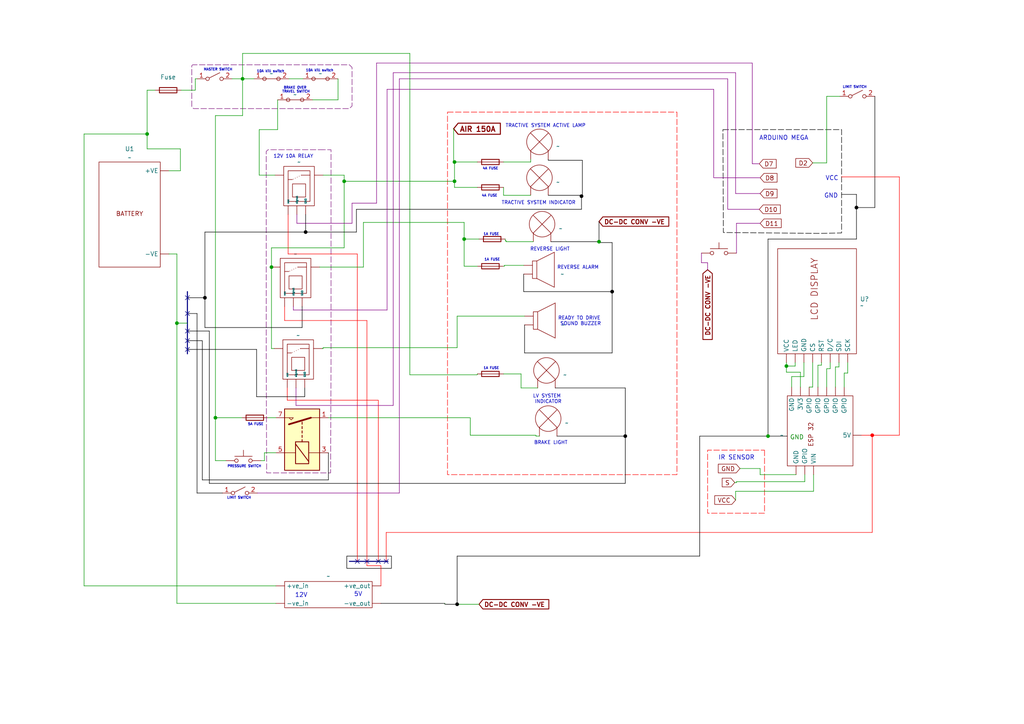
<source format=kicad_sch>
(kicad_sch
	(version 20250114)
	(generator "eeschema")
	(generator_version "9.0")
	(uuid "be41813b-9366-4aaf-966f-737be496057f")
	(paper "A4")
	(lib_symbols
		(symbol "Device:Fuse"
			(pin_numbers
				(hide yes)
			)
			(pin_names
				(offset 0)
			)
			(exclude_from_sim no)
			(in_bom yes)
			(on_board yes)
			(property "Reference" "F"
				(at 2.032 0 90)
				(effects
					(font
						(size 1.27 1.27)
					)
				)
			)
			(property "Value" "Fuse"
				(at -1.905 0 90)
				(effects
					(font
						(size 1.27 1.27)
					)
				)
			)
			(property "Footprint" ""
				(at -1.778 0 90)
				(effects
					(font
						(size 1.27 1.27)
					)
					(hide yes)
				)
			)
			(property "Datasheet" "~"
				(at 0 0 0)
				(effects
					(font
						(size 1.27 1.27)
					)
					(hide yes)
				)
			)
			(property "Description" "Fuse"
				(at 0 0 0)
				(effects
					(font
						(size 1.27 1.27)
					)
					(hide yes)
				)
			)
			(property "ki_keywords" "fuse"
				(at 0 0 0)
				(effects
					(font
						(size 1.27 1.27)
					)
					(hide yes)
				)
			)
			(property "ki_fp_filters" "*Fuse*"
				(at 0 0 0)
				(effects
					(font
						(size 1.27 1.27)
					)
					(hide yes)
				)
			)
			(symbol "Fuse_0_1"
				(rectangle
					(start -0.762 -2.54)
					(end 0.762 2.54)
					(stroke
						(width 0.254)
						(type default)
					)
					(fill
						(type none)
					)
				)
				(polyline
					(pts
						(xy 0 2.54) (xy 0 -2.54)
					)
					(stroke
						(width 0)
						(type default)
					)
					(fill
						(type none)
					)
				)
			)
			(symbol "Fuse_1_1"
				(pin passive line
					(at 0 3.81 270)
					(length 1.27)
					(name "~"
						(effects
							(font
								(size 1.27 1.27)
							)
						)
					)
					(number "1"
						(effects
							(font
								(size 1.27 1.27)
							)
						)
					)
				)
				(pin passive line
					(at 0 -3.81 90)
					(length 1.27)
					(name "~"
						(effects
							(font
								(size 1.27 1.27)
							)
						)
					)
					(number "2"
						(effects
							(font
								(size 1.27 1.27)
							)
						)
					)
				)
			)
			(embedded_fonts no)
		)
		(symbol "LV system components:BATTERY"
			(exclude_from_sim no)
			(in_bom yes)
			(on_board yes)
			(property "Reference" "U"
				(at 25.654 47.244 0)
				(effects
					(font
						(size 1.27 1.27)
					)
				)
			)
			(property "Value" ""
				(at 0 0 0)
				(effects
					(font
						(size 1.27 1.27)
					)
				)
			)
			(property "Footprint" ""
				(at 0 0 0)
				(effects
					(font
						(size 1.27 1.27)
					)
					(hide yes)
				)
			)
			(property "Datasheet" ""
				(at 0 0 0)
				(effects
					(font
						(size 1.27 1.27)
					)
					(hide yes)
				)
			)
			(property "Description" ""
				(at 0 0 0)
				(effects
					(font
						(size 1.27 1.27)
					)
					(hide yes)
				)
			)
			(symbol "BATTERY_0_1"
				(rectangle
					(start 20.32 38.1)
					(end 38.1 7.62)
					(stroke
						(width 0)
						(type default)
					)
					(fill
						(type none)
					)
				)
			)
			(symbol "BATTERY_1_1"
				(text "BATTERY\n"
					(at 29.21 23.114 0)
					(effects
						(font
							(size 1.27 1.27)
						)
					)
				)
				(pin input line
					(at 40.64 35.56 180)
					(length 2.54)
					(name "+VE"
						(effects
							(font
								(size 1.27 1.27)
							)
						)
					)
					(number ""
						(effects
							(font
								(size 1.27 1.27)
							)
						)
					)
				)
				(pin input line
					(at 40.64 11.43 180)
					(length 2.54)
					(name "-VE"
						(effects
							(font
								(size 1.27 1.27)
							)
						)
					)
					(number ""
						(effects
							(font
								(size 1.27 1.27)
							)
						)
					)
				)
			)
			(embedded_fonts no)
		)
		(symbol "LV system components:DC-DC_Conv"
			(exclude_from_sim no)
			(in_bom yes)
			(on_board yes)
			(property "Reference" "U"
				(at 0 0 0)
				(effects
					(font
						(size 1.27 1.27)
					)
					(hide yes)
				)
			)
			(property "Value" ""
				(at 0 0 0)
				(effects
					(font
						(size 1.27 1.27)
					)
				)
			)
			(property "Footprint" ""
				(at 0 0 0)
				(effects
					(font
						(size 1.27 1.27)
					)
					(hide yes)
				)
			)
			(property "Datasheet" ""
				(at 0 0 0)
				(effects
					(font
						(size 1.27 1.27)
					)
					(hide yes)
				)
			)
			(property "Description" ""
				(at 0 0 0)
				(effects
					(font
						(size 1.27 1.27)
					)
					(hide yes)
				)
			)
			(symbol "DC-DC_Conv_0_1"
				(rectangle
					(start -1.27 3.81)
					(end 24.13 -3.81)
					(stroke
						(width 0)
						(type default)
					)
					(fill
						(type none)
					)
				)
			)
			(symbol "DC-DC_Conv_1_1"
				(pin input line
					(at -3.81 2.54 0)
					(length 2.54)
					(name "+ve_in"
						(effects
							(font
								(size 1.27 1.27)
							)
						)
					)
					(number ""
						(effects
							(font
								(size 1.27 1.27)
							)
						)
					)
				)
				(pin input line
					(at -3.81 -2.54 0)
					(length 2.54)
					(name "-ve_in"
						(effects
							(font
								(size 1.27 1.27)
							)
						)
					)
					(number ""
						(effects
							(font
								(size 1.27 1.27)
							)
						)
					)
				)
				(pin input line
					(at 26.67 2.54 180)
					(length 2.54)
					(name "+ve_out"
						(effects
							(font
								(size 1.27 1.27)
							)
						)
					)
					(number ""
						(effects
							(font
								(size 1.27 1.27)
							)
						)
					)
				)
				(pin input line
					(at 26.67 -2.54 180)
					(length 2.54)
					(name "-ve_out"
						(effects
							(font
								(size 1.27 1.27)
							)
						)
					)
					(number ""
						(effects
							(font
								(size 1.27 1.27)
							)
						)
					)
				)
			)
			(embedded_fonts no)
		)
		(symbol "LV system components:ESP"
			(exclude_from_sim no)
			(in_bom yes)
			(on_board yes)
			(property "Reference" "U"
				(at 0 0 0)
				(effects
					(font
						(size 1.27 1.27)
					)
				)
			)
			(property "Value" ""
				(at 0 0 0)
				(effects
					(font
						(size 1.27 1.27)
					)
				)
			)
			(property "Footprint" ""
				(at 0 0 0)
				(effects
					(font
						(size 1.27 1.27)
					)
					(hide yes)
				)
			)
			(property "Datasheet" ""
				(at 0 0 0)
				(effects
					(font
						(size 1.27 1.27)
					)
					(hide yes)
				)
			)
			(property "Description" ""
				(at 0 0 0)
				(effects
					(font
						(size 1.27 1.27)
					)
					(hide yes)
				)
			)
			(symbol "ESP_0_1"
				(rectangle
					(start 0 -1.27)
					(end 20.32 -20.32)
					(stroke
						(width 0)
						(type default)
					)
					(fill
						(type none)
					)
				)
			)
			(symbol "ESP_1_1"
				(text "ESP 32\n"
					(at 9.144 -8.128 0)
					(effects
						(font
							(size 1.27 1.27)
						)
					)
				)
				(pin input line
					(at -2.54 -3.81 0)
					(length 2.54)
					(name "GND"
						(effects
							(font
								(size 1.27 1.27)
							)
						)
					)
					(number ""
						(effects
							(font
								(size 1.27 1.27)
							)
						)
					)
				)
				(pin input line
					(at -2.54 -6.35 0)
					(length 2.54)
					(name "GPIO"
						(effects
							(font
								(size 1.27 1.27)
							)
						)
					)
					(number ""
						(effects
							(font
								(size 1.27 1.27)
							)
						)
					)
				)
				(pin input line
					(at -2.54 -8.89 0)
					(length 2.54)
					(name "VIN"
						(effects
							(font
								(size 1.27 1.27)
							)
						)
					)
					(number ""
						(effects
							(font
								(size 1.27 1.27)
							)
						)
					)
				)
				(pin input line
					(at 8.89 -22.86 90)
					(length 2.54)
					(name "5V"
						(effects
							(font
								(size 1.27 1.27)
							)
						)
					)
					(number ""
						(effects
							(font
								(size 1.27 1.27)
							)
						)
					)
				)
				(pin input line
					(at 22.86 -2.54 180)
					(length 2.54)
					(name "GND"
						(effects
							(font
								(size 1.27 1.27)
							)
						)
					)
					(number ""
						(effects
							(font
								(size 1.27 1.27)
							)
						)
					)
				)
				(pin input line
					(at 22.86 -5.08 180)
					(length 2.54)
					(name "3V3"
						(effects
							(font
								(size 1.27 1.27)
							)
						)
					)
					(number ""
						(effects
							(font
								(size 1.27 1.27)
							)
						)
					)
				)
				(pin input line
					(at 22.86 -7.62 180)
					(length 2.54)
					(name "GPIO"
						(effects
							(font
								(size 1.27 1.27)
							)
						)
					)
					(number ""
						(effects
							(font
								(size 1.27 1.27)
							)
						)
					)
				)
				(pin input line
					(at 22.86 -10.16 180)
					(length 2.54)
					(name "GPIO"
						(effects
							(font
								(size 1.27 1.27)
							)
						)
					)
					(number ""
						(effects
							(font
								(size 1.27 1.27)
							)
						)
					)
				)
				(pin input line
					(at 22.86 -12.7 180)
					(length 2.54)
					(name "GPIO"
						(effects
							(font
								(size 1.27 1.27)
							)
						)
					)
					(number ""
						(effects
							(font
								(size 1.27 1.27)
							)
						)
					)
				)
				(pin input line
					(at 22.86 -15.24 180)
					(length 2.54)
					(name "GPIO"
						(effects
							(font
								(size 1.27 1.27)
							)
						)
					)
					(number ""
						(effects
							(font
								(size 1.27 1.27)
							)
						)
					)
				)
				(pin input line
					(at 22.86 -17.78 180)
					(length 2.54)
					(name "GPIO"
						(effects
							(font
								(size 1.27 1.27)
							)
						)
					)
					(number ""
						(effects
							(font
								(size 1.27 1.27)
							)
						)
					)
				)
			)
			(embedded_fonts no)
		)
		(symbol "LV system components:LCD"
			(exclude_from_sim no)
			(in_bom yes)
			(on_board yes)
			(property "Reference" "U"
				(at 0 0 0)
				(effects
					(font
						(size 1.27 1.27)
					)
				)
			)
			(property "Value" ""
				(at 0 0 0)
				(effects
					(font
						(size 1.27 1.27)
					)
				)
			)
			(property "Footprint" ""
				(at 0 0 0)
				(effects
					(font
						(size 1.27 1.27)
					)
					(hide yes)
				)
			)
			(property "Datasheet" ""
				(at 0 0 0)
				(effects
					(font
						(size 1.27 1.27)
					)
					(hide yes)
				)
			)
			(property "Description" ""
				(at 0 0 0)
				(effects
					(font
						(size 1.27 1.27)
					)
					(hide yes)
				)
			)
			(symbol "LCD_0_1"
				(rectangle
					(start -1.27 -2.54)
					(end 29.21 -25.4)
					(stroke
						(width 0)
						(type default)
					)
					(fill
						(type none)
					)
				)
			)
			(symbol "LCD_1_1"
				(text "LCD DISPLAY\n"
					(at 17.526 -13.208 0)
					(effects
						(font
							(size 1.905 1.905)
						)
					)
				)
				(pin input line
					(at -3.81 -5.08 0)
					(length 2.54)
					(name "VCC"
						(effects
							(font
								(size 1.27 1.27)
							)
						)
					)
					(number ""
						(effects
							(font
								(size 1.27 1.27)
							)
						)
					)
				)
				(pin input line
					(at -3.81 -7.62 0)
					(length 2.54)
					(name "LED"
						(effects
							(font
								(size 1.27 1.27)
							)
						)
					)
					(number ""
						(effects
							(font
								(size 1.27 1.27)
							)
						)
					)
				)
				(pin input line
					(at -3.81 -10.16 0)
					(length 2.54)
					(name "GND"
						(effects
							(font
								(size 1.27 1.27)
							)
						)
					)
					(number ""
						(effects
							(font
								(size 1.27 1.27)
							)
						)
					)
				)
				(pin input line
					(at -3.81 -12.7 0)
					(length 2.54)
					(name "CS"
						(effects
							(font
								(size 1.27 1.27)
							)
						)
					)
					(number ""
						(effects
							(font
								(size 1.27 1.27)
							)
						)
					)
				)
				(pin input line
					(at -3.81 -15.24 0)
					(length 2.54)
					(name "RST"
						(effects
							(font
								(size 1.27 1.27)
							)
						)
					)
					(number ""
						(effects
							(font
								(size 1.27 1.27)
							)
						)
					)
				)
				(pin input line
					(at -3.81 -17.78 0)
					(length 2.54)
					(name "D/C"
						(effects
							(font
								(size 1.27 1.27)
							)
						)
					)
					(number ""
						(effects
							(font
								(size 1.27 1.27)
							)
						)
					)
				)
				(pin input line
					(at -3.81 -20.32 0)
					(length 2.54)
					(name "SDI"
						(effects
							(font
								(size 1.27 1.27)
							)
						)
					)
					(number ""
						(effects
							(font
								(size 1.27 1.27)
							)
						)
					)
				)
				(pin input line
					(at -3.81 -22.86 0)
					(length 2.54)
					(name "SCK"
						(effects
							(font
								(size 1.27 1.27)
							)
						)
					)
					(number ""
						(effects
							(font
								(size 1.27 1.27)
							)
						)
					)
				)
			)
			(embedded_fonts no)
		)
		(symbol "LV system components:Light"
			(exclude_from_sim no)
			(in_bom yes)
			(on_board yes)
			(property "Reference" "U"
				(at 1.27 1.27 0)
				(effects
					(font
						(size 1.27 1.27)
					)
				)
			)
			(property "Value" ""
				(at 0 0 0)
				(effects
					(font
						(size 1.27 1.27)
					)
				)
			)
			(property "Footprint" ""
				(at 0 0 0)
				(effects
					(font
						(size 1.27 1.27)
					)
					(hide yes)
				)
			)
			(property "Datasheet" ""
				(at 0 0 0)
				(effects
					(font
						(size 1.27 1.27)
					)
					(hide yes)
				)
			)
			(property "Description" ""
				(at 0 0 0)
				(effects
					(font
						(size 1.27 1.27)
					)
					(hide yes)
				)
			)
			(symbol "Light_0_1"
				(polyline
					(pts
						(xy 2.54 8.89) (xy 7.62 3.81)
					)
					(stroke
						(width 0)
						(type default)
					)
					(fill
						(type none)
					)
				)
				(circle
					(center 5.08 6.35)
					(radius 3.7084)
					(stroke
						(width 0)
						(type default)
					)
					(fill
						(type none)
					)
				)
				(polyline
					(pts
						(xy 7.62 8.89) (xy 2.54 3.81)
					)
					(stroke
						(width 0)
						(type default)
					)
					(fill
						(type none)
					)
				)
			)
			(symbol "Light_1_1"
				(pin input line
					(at 2.54 1.27 90)
					(length 2.54)
					(name ""
						(effects
							(font
								(size 1.27 1.27)
							)
						)
					)
					(number ""
						(effects
							(font
								(size 1.27 1.27)
							)
						)
					)
				)
				(pin input line
					(at 7.62 1.27 90)
					(length 2.54)
					(name ""
						(effects
							(font
								(size 1.27 1.27)
							)
						)
					)
					(number ""
						(effects
							(font
								(size 1.27 1.27)
							)
						)
					)
				)
			)
			(embedded_fonts no)
		)
		(symbol "LV system components:relay_3_pin"
			(exclude_from_sim no)
			(in_bom yes)
			(on_board yes)
			(property "Reference" "U"
				(at 0 3.556 0)
				(effects
					(font
						(size 1.27 1.27)
					)
				)
			)
			(property "Value" ""
				(at 0 0 0)
				(effects
					(font
						(size 1.27 1.27)
					)
				)
			)
			(property "Footprint" ""
				(at 0 0 0)
				(effects
					(font
						(size 1.27 1.27)
					)
					(hide yes)
				)
			)
			(property "Datasheet" ""
				(at 0 0 0)
				(effects
					(font
						(size 1.27 1.27)
					)
					(hide yes)
				)
			)
			(property "Description" ""
				(at 0 0 0)
				(effects
					(font
						(size 1.27 1.27)
					)
					(hide yes)
				)
			)
			(symbol "relay_3_pin_0_1"
				(rectangle
					(start -2.54 2.54)
					(end 6.35 -8.89)
					(stroke
						(width 0)
						(type default)
					)
					(fill
						(type none)
					)
				)
				(rectangle
					(start -1.27 1.27)
					(end 5.08 -7.62)
					(stroke
						(width 0)
						(type default)
					)
					(fill
						(type none)
					)
				)
				(polyline
					(pts
						(xy -1.27 -1.27) (xy 0 -1.27)
					)
					(stroke
						(width 0)
						(type default)
					)
					(fill
						(type none)
					)
				)
				(rectangle
					(start 0 -2.54)
					(end 3.81 -6.35)
					(stroke
						(width 0)
						(type default)
					)
					(fill
						(type none)
					)
				)
				(polyline
					(pts
						(xy 5.08 0) (xy 2.54 0)
					)
					(stroke
						(width 0)
						(type default)
					)
					(fill
						(type none)
					)
				)
			)
			(symbol "relay_3_pin_1_1"
				(polyline
					(pts
						(xy 2.54 0) (xy 0 -1.27)
					)
					(stroke
						(width 0)
						(type dot)
						(color 132 0 0 1)
					)
					(fill
						(type none)
					)
				)
				(pin input line
					(at -5.08 0 0)
					(length 2.54)
					(name ""
						(effects
							(font
								(size 1.27 1.27)
							)
						)
					)
					(number ""
						(effects
							(font
								(size 1.27 1.27)
							)
						)
					)
				)
				(pin input line
					(at -1.27 -11.43 90)
					(length 2.54)
					(name "vcc"
						(effects
							(font
								(size 0.508 0.508)
							)
						)
					)
					(number ""
						(effects
							(font
								(size 1.27 1.27)
							)
						)
					)
				)
				(pin input line
					(at 1.27 -11.43 90)
					(length 2.54)
					(name "signal"
						(effects
							(font
								(size 0.508 0.508)
							)
						)
					)
					(number ""
						(effects
							(font
								(size 1.27 1.27)
							)
						)
					)
				)
				(pin input line
					(at 3.81 -11.43 90)
					(length 2.54)
					(name "GND"
						(effects
							(font
								(size 0.508 0.508)
							)
						)
					)
					(number ""
						(effects
							(font
								(size 1.27 1.27)
							)
						)
					)
				)
				(pin input line
					(at 8.89 0 180)
					(length 2.54)
					(name ""
						(effects
							(font
								(size 1.27 1.27)
							)
						)
					)
					(number ""
						(effects
							(font
								(size 1.27 1.27)
							)
						)
					)
				)
			)
			(embedded_fonts no)
		)
		(symbol "Light_1"
			(exclude_from_sim no)
			(in_bom yes)
			(on_board yes)
			(property "Reference" "U"
				(at 1.27 1.27 0)
				(effects
					(font
						(size 1.27 1.27)
					)
				)
			)
			(property "Value" ""
				(at 0 0 0)
				(effects
					(font
						(size 1.27 1.27)
					)
				)
			)
			(property "Footprint" ""
				(at 0 0 0)
				(effects
					(font
						(size 1.27 1.27)
					)
					(hide yes)
				)
			)
			(property "Datasheet" ""
				(at 0 0 0)
				(effects
					(font
						(size 1.27 1.27)
					)
					(hide yes)
				)
			)
			(property "Description" ""
				(at 0 0 0)
				(effects
					(font
						(size 1.27 1.27)
					)
					(hide yes)
				)
			)
			(symbol "Light_1_0_1"
				(polyline
					(pts
						(xy 2.54 8.89) (xy 7.62 3.81)
					)
					(stroke
						(width 0)
						(type default)
					)
					(fill
						(type none)
					)
				)
				(circle
					(center 5.08 6.35)
					(radius 3.7084)
					(stroke
						(width 0)
						(type default)
					)
					(fill
						(type none)
					)
				)
				(polyline
					(pts
						(xy 7.62 8.89) (xy 2.54 3.81)
					)
					(stroke
						(width 0)
						(type default)
					)
					(fill
						(type none)
					)
				)
			)
			(symbol "Light_1_1_1"
				(pin input line
					(at 2.54 1.27 90)
					(length 2.54)
					(name ""
						(effects
							(font
								(size 1.27 1.27)
							)
						)
					)
					(number ""
						(effects
							(font
								(size 1.27 1.27)
							)
						)
					)
				)
				(pin input line
					(at 7.62 1.27 90)
					(length 2.54)
					(name ""
						(effects
							(font
								(size 1.27 1.27)
							)
						)
					)
					(number ""
						(effects
							(font
								(size 1.27 1.27)
							)
						)
					)
				)
			)
			(embedded_fonts no)
		)
		(symbol "Light_3"
			(exclude_from_sim no)
			(in_bom yes)
			(on_board yes)
			(property "Reference" "U"
				(at 1.27 1.27 0)
				(effects
					(font
						(size 1.27 1.27)
					)
				)
			)
			(property "Value" ""
				(at 0 0 0)
				(effects
					(font
						(size 1.27 1.27)
					)
				)
			)
			(property "Footprint" ""
				(at 0 0 0)
				(effects
					(font
						(size 1.27 1.27)
					)
					(hide yes)
				)
			)
			(property "Datasheet" ""
				(at 0 0 0)
				(effects
					(font
						(size 1.27 1.27)
					)
					(hide yes)
				)
			)
			(property "Description" ""
				(at 0 0 0)
				(effects
					(font
						(size 1.27 1.27)
					)
					(hide yes)
				)
			)
			(symbol "Light_3_0_1"
				(polyline
					(pts
						(xy 2.54 8.89) (xy 7.62 3.81)
					)
					(stroke
						(width 0)
						(type default)
					)
					(fill
						(type none)
					)
				)
				(circle
					(center 5.08 6.35)
					(radius 3.7084)
					(stroke
						(width 0)
						(type default)
					)
					(fill
						(type none)
					)
				)
				(polyline
					(pts
						(xy 7.62 8.89) (xy 2.54 3.81)
					)
					(stroke
						(width 0)
						(type default)
					)
					(fill
						(type none)
					)
				)
			)
			(symbol "Light_3_1_1"
				(pin input line
					(at 2.54 1.27 90)
					(length 2.54)
					(name ""
						(effects
							(font
								(size 1.27 1.27)
							)
						)
					)
					(number ""
						(effects
							(font
								(size 1.27 1.27)
							)
						)
					)
				)
				(pin input line
					(at 7.62 1.27 90)
					(length 2.54)
					(name ""
						(effects
							(font
								(size 1.27 1.27)
							)
						)
					)
					(number ""
						(effects
							(font
								(size 1.27 1.27)
							)
						)
					)
				)
			)
			(embedded_fonts no)
		)
		(symbol "Light_4"
			(exclude_from_sim no)
			(in_bom yes)
			(on_board yes)
			(property "Reference" "U"
				(at 1.27 1.27 0)
				(effects
					(font
						(size 1.27 1.27)
					)
				)
			)
			(property "Value" ""
				(at 0 0 0)
				(effects
					(font
						(size 1.27 1.27)
					)
				)
			)
			(property "Footprint" ""
				(at 0 0 0)
				(effects
					(font
						(size 1.27 1.27)
					)
					(hide yes)
				)
			)
			(property "Datasheet" ""
				(at 0 0 0)
				(effects
					(font
						(size 1.27 1.27)
					)
					(hide yes)
				)
			)
			(property "Description" ""
				(at 0 0 0)
				(effects
					(font
						(size 1.27 1.27)
					)
					(hide yes)
				)
			)
			(symbol "Light_4_0_1"
				(polyline
					(pts
						(xy 2.54 8.89) (xy 7.62 3.81)
					)
					(stroke
						(width 0)
						(type default)
					)
					(fill
						(type none)
					)
				)
				(circle
					(center 5.08 6.35)
					(radius 3.7084)
					(stroke
						(width 0)
						(type default)
					)
					(fill
						(type none)
					)
				)
				(polyline
					(pts
						(xy 7.62 8.89) (xy 2.54 3.81)
					)
					(stroke
						(width 0)
						(type default)
					)
					(fill
						(type none)
					)
				)
			)
			(symbol "Light_4_1_1"
				(pin input line
					(at 2.54 1.27 90)
					(length 2.54)
					(name ""
						(effects
							(font
								(size 1.27 1.27)
							)
						)
					)
					(number ""
						(effects
							(font
								(size 1.27 1.27)
							)
						)
					)
				)
				(pin input line
					(at 7.62 1.27 90)
					(length 2.54)
					(name ""
						(effects
							(font
								(size 1.27 1.27)
							)
						)
					)
					(number ""
						(effects
							(font
								(size 1.27 1.27)
							)
						)
					)
				)
			)
			(embedded_fonts no)
		)
		(symbol "Light_5"
			(exclude_from_sim no)
			(in_bom yes)
			(on_board yes)
			(property "Reference" "U"
				(at 1.27 1.27 0)
				(effects
					(font
						(size 1.27 1.27)
					)
				)
			)
			(property "Value" ""
				(at 0 0 0)
				(effects
					(font
						(size 1.27 1.27)
					)
				)
			)
			(property "Footprint" ""
				(at 0 0 0)
				(effects
					(font
						(size 1.27 1.27)
					)
					(hide yes)
				)
			)
			(property "Datasheet" ""
				(at 0 0 0)
				(effects
					(font
						(size 1.27 1.27)
					)
					(hide yes)
				)
			)
			(property "Description" ""
				(at 0 0 0)
				(effects
					(font
						(size 1.27 1.27)
					)
					(hide yes)
				)
			)
			(symbol "Light_5_0_1"
				(polyline
					(pts
						(xy 2.54 8.89) (xy 7.62 3.81)
					)
					(stroke
						(width 0)
						(type default)
					)
					(fill
						(type none)
					)
				)
				(circle
					(center 5.08 6.35)
					(radius 3.7084)
					(stroke
						(width 0)
						(type default)
					)
					(fill
						(type none)
					)
				)
				(polyline
					(pts
						(xy 7.62 8.89) (xy 2.54 3.81)
					)
					(stroke
						(width 0)
						(type default)
					)
					(fill
						(type none)
					)
				)
			)
			(symbol "Light_5_1_1"
				(pin input line
					(at 2.54 1.27 90)
					(length 2.54)
					(name ""
						(effects
							(font
								(size 1.27 1.27)
							)
						)
					)
					(number ""
						(effects
							(font
								(size 1.27 1.27)
							)
						)
					)
				)
				(pin input line
					(at 7.62 1.27 90)
					(length 2.54)
					(name ""
						(effects
							(font
								(size 1.27 1.27)
							)
						)
					)
					(number ""
						(effects
							(font
								(size 1.27 1.27)
							)
						)
					)
				)
			)
			(embedded_fonts no)
		)
		(symbol "Relay:SILxx-1Axx-71x"
			(exclude_from_sim no)
			(in_bom yes)
			(on_board yes)
			(property "Reference" "K"
				(at 8.89 3.81 0)
				(effects
					(font
						(size 1.27 1.27)
					)
					(justify left)
				)
			)
			(property "Value" "SILxx-1Axx-71x"
				(at 8.89 1.27 0)
				(effects
					(font
						(size 1.27 1.27)
					)
					(justify left)
				)
			)
			(property "Footprint" "Relay_THT:Relay_SPST_StandexMeder_SIL_Form1A"
				(at 8.89 -1.27 0)
				(effects
					(font
						(size 1.27 1.27)
					)
					(justify left)
					(hide yes)
				)
			)
			(property "Datasheet" "https://standexelectronics.com/wp-content/uploads/datasheet_reed_relay_SIL.pdf"
				(at 0 0 0)
				(effects
					(font
						(size 1.27 1.27)
					)
					(hide yes)
				)
			)
			(property "Description" "Standex Meder SIL reed relay, SPST, Closing Contact"
				(at 0 0 0)
				(effects
					(font
						(size 1.27 1.27)
					)
					(hide yes)
				)
			)
			(property "ki_keywords" "Single Pole Reed Relay SPST"
				(at 0 0 0)
				(effects
					(font
						(size 1.27 1.27)
					)
					(hide yes)
				)
			)
			(property "ki_fp_filters" "Relay*SPST*StandexMeder*SIL*Form1A*"
				(at 0 0 0)
				(effects
					(font
						(size 1.27 1.27)
					)
					(hide yes)
				)
			)
			(symbol "SILxx-1Axx-71x_0_0"
				(polyline
					(pts
						(xy 5.08 5.08) (xy 5.08 2.54) (xy 4.445 3.175) (xy 5.08 3.81)
					)
					(stroke
						(width 0)
						(type default)
					)
					(fill
						(type none)
					)
				)
			)
			(symbol "SILxx-1Axx-71x_0_1"
				(rectangle
					(start -10.16 5.08)
					(end 7.62 -5.08)
					(stroke
						(width 0.254)
						(type default)
					)
					(fill
						(type background)
					)
				)
				(rectangle
					(start -8.255 1.905)
					(end -1.905 -1.905)
					(stroke
						(width 0.254)
						(type default)
					)
					(fill
						(type none)
					)
				)
				(polyline
					(pts
						(xy -7.62 -1.905) (xy -2.54 1.905)
					)
					(stroke
						(width 0.254)
						(type default)
					)
					(fill
						(type none)
					)
				)
				(polyline
					(pts
						(xy -5.08 5.08) (xy -5.08 1.905)
					)
					(stroke
						(width 0)
						(type default)
					)
					(fill
						(type none)
					)
				)
				(polyline
					(pts
						(xy -5.08 -5.08) (xy -5.08 -1.905)
					)
					(stroke
						(width 0)
						(type default)
					)
					(fill
						(type none)
					)
				)
				(polyline
					(pts
						(xy -1.905 0) (xy -1.27 0)
					)
					(stroke
						(width 0.254)
						(type default)
					)
					(fill
						(type none)
					)
				)
				(polyline
					(pts
						(xy -0.635 0) (xy 0 0)
					)
					(stroke
						(width 0.254)
						(type default)
					)
					(fill
						(type none)
					)
				)
				(polyline
					(pts
						(xy 0.635 0) (xy 1.27 0)
					)
					(stroke
						(width 0.254)
						(type default)
					)
					(fill
						(type none)
					)
				)
				(polyline
					(pts
						(xy 1.905 0) (xy 2.54 0)
					)
					(stroke
						(width 0.254)
						(type default)
					)
					(fill
						(type none)
					)
				)
				(polyline
					(pts
						(xy 3.175 0) (xy 3.81 0)
					)
					(stroke
						(width 0.254)
						(type default)
					)
					(fill
						(type none)
					)
				)
				(polyline
					(pts
						(xy 5.08 -2.54) (xy 3.175 3.81)
					)
					(stroke
						(width 0.508)
						(type default)
					)
					(fill
						(type none)
					)
				)
				(polyline
					(pts
						(xy 5.08 -2.54) (xy 5.08 -5.08)
					)
					(stroke
						(width 0)
						(type default)
					)
					(fill
						(type none)
					)
				)
			)
			(symbol "SILxx-1Axx-71x_1_1"
				(pin passive line
					(at -5.08 7.62 270)
					(length 2.54)
					(name "~"
						(effects
							(font
								(size 1.27 1.27)
							)
						)
					)
					(number "5"
						(effects
							(font
								(size 1.27 1.27)
							)
						)
					)
				)
				(pin passive line
					(at -5.08 -7.62 90)
					(length 2.54)
					(name "~"
						(effects
							(font
								(size 1.27 1.27)
							)
						)
					)
					(number "3"
						(effects
							(font
								(size 1.27 1.27)
							)
						)
					)
				)
				(pin passive line
					(at 5.08 7.62 270)
					(length 2.54)
					(name "~"
						(effects
							(font
								(size 1.27 1.27)
							)
						)
					)
					(number "7"
						(effects
							(font
								(size 1.27 1.27)
							)
						)
					)
				)
				(pin passive line
					(at 5.08 -7.62 90)
					(length 2.54)
					(name "~"
						(effects
							(font
								(size 1.27 1.27)
							)
						)
					)
					(number "1"
						(effects
							(font
								(size 1.27 1.27)
							)
						)
					)
				)
			)
			(embedded_fonts no)
		)
		(symbol "Switch:SW_MEC_5G"
			(pin_numbers
				(hide yes)
			)
			(pin_names
				(offset 1.016)
				(hide yes)
			)
			(exclude_from_sim no)
			(in_bom yes)
			(on_board yes)
			(property "Reference" "SW"
				(at 1.27 2.54 0)
				(effects
					(font
						(size 1.27 1.27)
					)
					(justify left)
				)
			)
			(property "Value" "SW_MEC_5G"
				(at 0 -1.524 0)
				(effects
					(font
						(size 1.27 1.27)
					)
				)
			)
			(property "Footprint" ""
				(at 0 5.08 0)
				(effects
					(font
						(size 1.27 1.27)
					)
					(hide yes)
				)
			)
			(property "Datasheet" "http://www.apem.com/int/index.php?controller=attachment&id_attachment=488"
				(at 0 5.08 0)
				(effects
					(font
						(size 1.27 1.27)
					)
					(hide yes)
				)
			)
			(property "Description" "MEC 5G single pole normally-open tactile switch"
				(at 0 0 0)
				(effects
					(font
						(size 1.27 1.27)
					)
					(hide yes)
				)
			)
			(property "ki_keywords" "switch normally-open pushbutton push-button"
				(at 0 0 0)
				(effects
					(font
						(size 1.27 1.27)
					)
					(hide yes)
				)
			)
			(property "ki_fp_filters" "SW*MEC*5G*"
				(at 0 0 0)
				(effects
					(font
						(size 1.27 1.27)
					)
					(hide yes)
				)
			)
			(symbol "SW_MEC_5G_0_1"
				(circle
					(center -2.032 0)
					(radius 0.508)
					(stroke
						(width 0)
						(type default)
					)
					(fill
						(type none)
					)
				)
				(polyline
					(pts
						(xy 0 1.27) (xy 0 3.048)
					)
					(stroke
						(width 0)
						(type default)
					)
					(fill
						(type none)
					)
				)
				(circle
					(center 2.032 0)
					(radius 0.508)
					(stroke
						(width 0)
						(type default)
					)
					(fill
						(type none)
					)
				)
				(polyline
					(pts
						(xy 2.54 1.27) (xy -2.54 1.27)
					)
					(stroke
						(width 0)
						(type default)
					)
					(fill
						(type none)
					)
				)
				(pin passive line
					(at -5.08 0 0)
					(length 2.54)
					(name "A"
						(effects
							(font
								(size 1.27 1.27)
							)
						)
					)
					(number "1"
						(effects
							(font
								(size 1.27 1.27)
							)
						)
					)
				)
				(pin passive line
					(at 5.08 0 180)
					(length 2.54)
					(name "B"
						(effects
							(font
								(size 1.27 1.27)
							)
						)
					)
					(number "3"
						(effects
							(font
								(size 1.27 1.27)
							)
						)
					)
				)
			)
			(symbol "SW_MEC_5G_1_1"
				(pin passive line
					(at -5.08 0 0)
					(length 2.54)
					(hide yes)
					(name "A"
						(effects
							(font
								(size 1.27 1.27)
							)
						)
					)
					(number "2"
						(effects
							(font
								(size 1.27 1.27)
							)
						)
					)
				)
				(pin passive line
					(at 5.08 0 180)
					(length 2.54)
					(hide yes)
					(name "B"
						(effects
							(font
								(size 1.27 1.27)
							)
						)
					)
					(number "4"
						(effects
							(font
								(size 1.27 1.27)
							)
						)
					)
				)
			)
			(embedded_fonts no)
		)
		(symbol "Switch:SW_SPST"
			(pin_names
				(offset 0)
				(hide yes)
			)
			(exclude_from_sim no)
			(in_bom yes)
			(on_board yes)
			(property "Reference" "SW"
				(at 0 3.175 0)
				(effects
					(font
						(size 1.27 1.27)
					)
				)
			)
			(property "Value" "SW_SPST"
				(at 0 -2.54 0)
				(effects
					(font
						(size 1.27 1.27)
					)
				)
			)
			(property "Footprint" ""
				(at 0 0 0)
				(effects
					(font
						(size 1.27 1.27)
					)
					(hide yes)
				)
			)
			(property "Datasheet" "~"
				(at 0 0 0)
				(effects
					(font
						(size 1.27 1.27)
					)
					(hide yes)
				)
			)
			(property "Description" "Single Pole Single Throw (SPST) switch"
				(at 0 0 0)
				(effects
					(font
						(size 1.27 1.27)
					)
					(hide yes)
				)
			)
			(property "ki_keywords" "switch lever"
				(at 0 0 0)
				(effects
					(font
						(size 1.27 1.27)
					)
					(hide yes)
				)
			)
			(symbol "SW_SPST_0_0"
				(circle
					(center -2.032 0)
					(radius 0.508)
					(stroke
						(width 0)
						(type default)
					)
					(fill
						(type none)
					)
				)
				(polyline
					(pts
						(xy -1.524 0.254) (xy 1.524 1.778)
					)
					(stroke
						(width 0)
						(type default)
					)
					(fill
						(type none)
					)
				)
				(circle
					(center 2.032 0)
					(radius 0.508)
					(stroke
						(width 0)
						(type default)
					)
					(fill
						(type none)
					)
				)
			)
			(symbol "SW_SPST_1_1"
				(pin passive line
					(at -5.08 0 0)
					(length 2.54)
					(name "A"
						(effects
							(font
								(size 1.27 1.27)
							)
						)
					)
					(number "1"
						(effects
							(font
								(size 1.27 1.27)
							)
						)
					)
				)
				(pin passive line
					(at 5.08 0 180)
					(length 2.54)
					(name "B"
						(effects
							(font
								(size 1.27 1.27)
							)
						)
					)
					(number "2"
						(effects
							(font
								(size 1.27 1.27)
							)
						)
					)
				)
			)
			(embedded_fonts no)
		)
		(symbol "alarm_1"
			(exclude_from_sim no)
			(in_bom yes)
			(on_board yes)
			(property "Reference" "U"
				(at 0 0 0)
				(effects
					(font
						(size 1.27 1.27)
					)
				)
			)
			(property "Value" ""
				(at 0 0 0)
				(effects
					(font
						(size 1.27 1.27)
					)
				)
			)
			(property "Footprint" ""
				(at 0 0 0)
				(effects
					(font
						(size 1.27 1.27)
					)
					(hide yes)
				)
			)
			(property "Datasheet" ""
				(at 0 0 0)
				(effects
					(font
						(size 1.27 1.27)
					)
					(hide yes)
				)
			)
			(property "Description" ""
				(at 0 0 0)
				(effects
					(font
						(size 1.27 1.27)
					)
					(hide yes)
				)
			)
			(symbol "alarm_1_0_1"
				(rectangle
					(start 0 -2.54)
					(end 1.27 -7.62)
					(stroke
						(width 0)
						(type default)
					)
					(fill
						(type none)
					)
				)
				(polyline
					(pts
						(xy 1.27 -2.54) (xy 6.35 0)
					)
					(stroke
						(width 0)
						(type default)
					)
					(fill
						(type none)
					)
				)
				(polyline
					(pts
						(xy 1.27 -7.62) (xy 6.35 -10.16)
					)
					(stroke
						(width 0)
						(type default)
					)
					(fill
						(type none)
					)
				)
				(polyline
					(pts
						(xy 6.35 0) (xy 6.35 -10.16)
					)
					(stroke
						(width 0)
						(type default)
					)
					(fill
						(type none)
					)
				)
			)
			(symbol "alarm_1_1_1"
				(pin passive line
					(at -2.54 -3.81 0)
					(length 2.54)
					(name ""
						(effects
							(font
								(size 1.27 1.27)
							)
						)
					)
					(number ""
						(effects
							(font
								(size 1.27 1.27)
							)
						)
					)
				)
				(pin passive line
					(at -2.54 -6.35 0)
					(length 2.54)
					(name ""
						(effects
							(font
								(size 1.27 1.27)
							)
						)
					)
					(number ""
						(effects
							(font
								(size 1.27 1.27)
							)
						)
					)
				)
			)
			(embedded_fonts no)
		)
		(symbol "components:alarm"
			(exclude_from_sim no)
			(in_bom yes)
			(on_board yes)
			(property "Reference" "U"
				(at 0 0 0)
				(effects
					(font
						(size 1.27 1.27)
					)
				)
			)
			(property "Value" ""
				(at 0 0 0)
				(effects
					(font
						(size 1.27 1.27)
					)
				)
			)
			(property "Footprint" ""
				(at 0 0 0)
				(effects
					(font
						(size 1.27 1.27)
					)
					(hide yes)
				)
			)
			(property "Datasheet" ""
				(at 0 0 0)
				(effects
					(font
						(size 1.27 1.27)
					)
					(hide yes)
				)
			)
			(property "Description" ""
				(at 0 0 0)
				(effects
					(font
						(size 1.27 1.27)
					)
					(hide yes)
				)
			)
			(symbol "alarm_0_1"
				(rectangle
					(start 0 -2.54)
					(end 1.27 -7.62)
					(stroke
						(width 0)
						(type default)
					)
					(fill
						(type none)
					)
				)
				(polyline
					(pts
						(xy 1.27 -2.54) (xy 6.35 0)
					)
					(stroke
						(width 0)
						(type default)
					)
					(fill
						(type none)
					)
				)
				(polyline
					(pts
						(xy 1.27 -7.62) (xy 6.35 -10.16)
					)
					(stroke
						(width 0)
						(type default)
					)
					(fill
						(type none)
					)
				)
				(polyline
					(pts
						(xy 6.35 0) (xy 6.35 -10.16)
					)
					(stroke
						(width 0)
						(type default)
					)
					(fill
						(type none)
					)
				)
			)
			(symbol "alarm_1_1"
				(pin passive line
					(at -2.54 -3.81 0)
					(length 2.54)
					(name ""
						(effects
							(font
								(size 1.27 1.27)
							)
						)
					)
					(number ""
						(effects
							(font
								(size 1.27 1.27)
							)
						)
					)
				)
				(pin passive line
					(at -2.54 -6.35 0)
					(length 2.54)
					(name ""
						(effects
							(font
								(size 1.27 1.27)
							)
						)
					)
					(number ""
						(effects
							(font
								(size 1.27 1.27)
							)
						)
					)
				)
			)
			(embedded_fonts no)
		)
		(symbol "components:nc_switch"
			(exclude_from_sim no)
			(in_bom yes)
			(on_board yes)
			(property "Reference" "U"
				(at 0 0 0)
				(effects
					(font
						(size 1.27 1.27)
					)
				)
			)
			(property "Value" ""
				(at 0 0 0)
				(effects
					(font
						(size 1.27 1.27)
					)
				)
			)
			(property "Footprint" ""
				(at 0 0 0)
				(effects
					(font
						(size 1.27 1.27)
					)
					(hide yes)
				)
			)
			(property "Datasheet" ""
				(at 0 0 0)
				(effects
					(font
						(size 1.27 1.27)
					)
					(hide yes)
				)
			)
			(property "Description" ""
				(at 0 0 0)
				(effects
					(font
						(size 1.27 1.27)
					)
					(hide yes)
				)
			)
			(symbol "nc_switch_0_0"
				(circle
					(center -0.762 -2.54)
					(radius 0.508)
					(stroke
						(width 0)
						(type default)
					)
					(fill
						(type none)
					)
				)
				(circle
					(center 3.302 -2.54)
					(radius 0.508)
					(stroke
						(width 0)
						(type default)
					)
					(fill
						(type none)
					)
				)
			)
			(symbol "nc_switch_0_1"
				(polyline
					(pts
						(xy -1.27 -2.54) (xy 3.81 -2.54)
					)
					(stroke
						(width 0)
						(type default)
					)
					(fill
						(type none)
					)
				)
			)
			(symbol "nc_switch_1_1"
				(pin passive line
					(at -3.81 -2.54 0)
					(length 2.54)
					(name ""
						(effects
							(font
								(size 1.27 1.27)
							)
						)
					)
					(number "1"
						(effects
							(font
								(size 1.27 1.27)
							)
						)
					)
				)
				(pin passive line
					(at 6.35 -2.54 180)
					(length 2.54)
					(name ""
						(effects
							(font
								(size 1.27 1.27)
							)
						)
					)
					(number "2"
						(effects
							(font
								(size 1.27 1.27)
							)
						)
					)
				)
			)
			(embedded_fonts no)
		)
		(symbol "relay_3_pin_1"
			(exclude_from_sim no)
			(in_bom yes)
			(on_board yes)
			(property "Reference" "U"
				(at 0 3.556 0)
				(effects
					(font
						(size 1.27 1.27)
					)
				)
			)
			(property "Value" ""
				(at 0 0 0)
				(effects
					(font
						(size 1.27 1.27)
					)
				)
			)
			(property "Footprint" ""
				(at 0 0 0)
				(effects
					(font
						(size 1.27 1.27)
					)
					(hide yes)
				)
			)
			(property "Datasheet" ""
				(at 0 0 0)
				(effects
					(font
						(size 1.27 1.27)
					)
					(hide yes)
				)
			)
			(property "Description" ""
				(at 0 0 0)
				(effects
					(font
						(size 1.27 1.27)
					)
					(hide yes)
				)
			)
			(symbol "relay_3_pin_1_0_1"
				(rectangle
					(start -2.54 2.54)
					(end 6.35 -8.89)
					(stroke
						(width 0)
						(type default)
					)
					(fill
						(type none)
					)
				)
				(rectangle
					(start -1.27 1.27)
					(end 5.08 -7.62)
					(stroke
						(width 0)
						(type default)
					)
					(fill
						(type none)
					)
				)
				(polyline
					(pts
						(xy -1.27 -1.27) (xy 0 -1.27)
					)
					(stroke
						(width 0)
						(type default)
					)
					(fill
						(type none)
					)
				)
				(rectangle
					(start 0 -2.54)
					(end 3.81 -6.35)
					(stroke
						(width 0)
						(type default)
					)
					(fill
						(type none)
					)
				)
				(polyline
					(pts
						(xy 5.08 0) (xy 2.54 0)
					)
					(stroke
						(width 0)
						(type default)
					)
					(fill
						(type none)
					)
				)
			)
			(symbol "relay_3_pin_1_1_1"
				(polyline
					(pts
						(xy 2.54 0) (xy 0 -1.27)
					)
					(stroke
						(width 0)
						(type dot)
						(color 132 0 0 1)
					)
					(fill
						(type none)
					)
				)
				(pin input line
					(at -5.08 0 0)
					(length 2.54)
					(name ""
						(effects
							(font
								(size 1.27 1.27)
							)
						)
					)
					(number ""
						(effects
							(font
								(size 1.27 1.27)
							)
						)
					)
				)
				(pin input line
					(at -1.27 -11.43 90)
					(length 2.54)
					(name "vcc"
						(effects
							(font
								(size 0.508 0.508)
							)
						)
					)
					(number ""
						(effects
							(font
								(size 1.27 1.27)
							)
						)
					)
				)
				(pin input line
					(at 1.27 -11.43 90)
					(length 2.54)
					(name "signal"
						(effects
							(font
								(size 0.508 0.508)
							)
						)
					)
					(number ""
						(effects
							(font
								(size 1.27 1.27)
							)
						)
					)
				)
				(pin input line
					(at 3.81 -11.43 90)
					(length 2.54)
					(name "GND"
						(effects
							(font
								(size 0.508 0.508)
							)
						)
					)
					(number ""
						(effects
							(font
								(size 1.27 1.27)
							)
						)
					)
				)
				(pin input line
					(at 8.89 0 180)
					(length 2.54)
					(name ""
						(effects
							(font
								(size 1.27 1.27)
							)
						)
					)
					(number ""
						(effects
							(font
								(size 1.27 1.27)
							)
						)
					)
				)
			)
			(embedded_fonts no)
		)
		(symbol "relay_3_pin_3"
			(exclude_from_sim no)
			(in_bom yes)
			(on_board yes)
			(property "Reference" "U"
				(at 0 3.556 0)
				(effects
					(font
						(size 1.27 1.27)
					)
				)
			)
			(property "Value" ""
				(at 0 0 0)
				(effects
					(font
						(size 1.27 1.27)
					)
				)
			)
			(property "Footprint" ""
				(at 0 0 0)
				(effects
					(font
						(size 1.27 1.27)
					)
					(hide yes)
				)
			)
			(property "Datasheet" ""
				(at 0 0 0)
				(effects
					(font
						(size 1.27 1.27)
					)
					(hide yes)
				)
			)
			(property "Description" ""
				(at 0 0 0)
				(effects
					(font
						(size 1.27 1.27)
					)
					(hide yes)
				)
			)
			(symbol "relay_3_pin_3_0_1"
				(rectangle
					(start -2.54 2.54)
					(end 6.35 -8.89)
					(stroke
						(width 0)
						(type default)
					)
					(fill
						(type none)
					)
				)
				(rectangle
					(start -1.27 1.27)
					(end 5.08 -7.62)
					(stroke
						(width 0)
						(type default)
					)
					(fill
						(type none)
					)
				)
				(polyline
					(pts
						(xy -1.27 -1.27) (xy 0 -1.27)
					)
					(stroke
						(width 0)
						(type default)
					)
					(fill
						(type none)
					)
				)
				(rectangle
					(start 0 -2.54)
					(end 3.81 -6.35)
					(stroke
						(width 0)
						(type default)
					)
					(fill
						(type none)
					)
				)
				(polyline
					(pts
						(xy 5.08 0) (xy 2.54 0)
					)
					(stroke
						(width 0)
						(type default)
					)
					(fill
						(type none)
					)
				)
			)
			(symbol "relay_3_pin_3_1_1"
				(polyline
					(pts
						(xy 2.54 0) (xy 0 -1.27)
					)
					(stroke
						(width 0)
						(type dot)
						(color 132 0 0 1)
					)
					(fill
						(type none)
					)
				)
				(pin input line
					(at -5.08 0 0)
					(length 2.54)
					(name ""
						(effects
							(font
								(size 1.27 1.27)
							)
						)
					)
					(number ""
						(effects
							(font
								(size 1.27 1.27)
							)
						)
					)
				)
				(pin input line
					(at -1.27 -11.43 90)
					(length 2.54)
					(name "vcc"
						(effects
							(font
								(size 0.508 0.508)
							)
						)
					)
					(number ""
						(effects
							(font
								(size 1.27 1.27)
							)
						)
					)
				)
				(pin input line
					(at 1.27 -11.43 90)
					(length 2.54)
					(name "signal"
						(effects
							(font
								(size 0.508 0.508)
							)
						)
					)
					(number ""
						(effects
							(font
								(size 1.27 1.27)
							)
						)
					)
				)
				(pin input line
					(at 3.81 -11.43 90)
					(length 2.54)
					(name "GND"
						(effects
							(font
								(size 0.508 0.508)
							)
						)
					)
					(number ""
						(effects
							(font
								(size 1.27 1.27)
							)
						)
					)
				)
				(pin input line
					(at 8.89 0 180)
					(length 2.54)
					(name ""
						(effects
							(font
								(size 1.27 1.27)
							)
						)
					)
					(number ""
						(effects
							(font
								(size 1.27 1.27)
							)
						)
					)
				)
			)
			(embedded_fonts no)
		)
	)
	(text "1A FUSE\n"
		(exclude_from_sim no)
		(at 142.494 68.072 0)
		(effects
			(font
				(size 0.7 0.7)
			)
		)
		(uuid "289802ef-1ed4-4bba-971a-58017aeef625")
	)
	(text "ARDUINO MEGA"
		(exclude_from_sim no)
		(at 227.33 40.132 0)
		(effects
			(font
				(size 1.27 1.27)
			)
		)
		(uuid "28f79045-d6d1-406d-a208-a469f2bc8bf3")
	)
	(text "READY TO DRIVE \nSOUND BUZZER\n"
		(exclude_from_sim no)
		(at 168.402 93.218 0)
		(effects
			(font
				(size 1 1)
				(thickness 0.14)
				(bold yes)
			)
		)
		(uuid "2a98808b-51b9-471f-ba30-8fb5691fc848")
	)
	(text "10A kill switch\n"
		(exclude_from_sim no)
		(at 92.71 20.574 0)
		(effects
			(font
				(size 0.7 0.7)
			)
		)
		(uuid "3071def1-02b5-4a05-8574-9b1771391aa5")
	)
	(text "LIMIT SWITCH\n"
		(exclude_from_sim no)
		(at 69.342 144.526 0)
		(effects
			(font
				(size 0.7 0.7)
			)
		)
		(uuid "37257ee8-29ec-4300-9ddb-7744e7fe1705")
	)
	(text "12V\n"
		(exclude_from_sim no)
		(at 87.376 172.72 0)
		(effects
			(font
				(size 1.27 1.27)
			)
		)
		(uuid "3f5af683-8452-49ae-bd96-2e25eba2e0f6")
	)
	(text "LV SYSTEM \nINDICATOR"
		(exclude_from_sim no)
		(at 159.004 115.824 0)
		(effects
			(font
				(size 1 1)
				(thickness 0.14)
				(bold yes)
			)
		)
		(uuid "4388cf7c-6cb5-4671-b414-97911c7cc7e5")
	)
	(text "VCC"
		(exclude_from_sim no)
		(at 241.3 51.816 0)
		(effects
			(font
				(size 1.27 1.27)
			)
		)
		(uuid "44a79059-9aea-4b54-bc57-5e440357ec6b")
	)
	(text "1A FUSE\n"
		(exclude_from_sim no)
		(at 142.748 75.438 0)
		(effects
			(font
				(size 0.7 0.7)
			)
		)
		(uuid "4bcca5f5-0dc3-4a5d-bef3-3c84abc45e31")
	)
	(text "12V 10A RELAY\n"
		(exclude_from_sim no)
		(at 85.09 45.466 0)
		(effects
			(font
				(size 1 1)
				(thickness 0.14)
				(bold yes)
			)
		)
		(uuid "523ac884-963c-43b2-be95-5c63e2413145")
	)
	(text "5V\n"
		(exclude_from_sim no)
		(at 103.886 172.466 0)
		(effects
			(font
				(size 1.27 1.27)
			)
		)
		(uuid "52639a58-05d1-44b3-bdef-1988f27191f7")
	)
	(text "GND"
		(exclude_from_sim no)
		(at 241.046 56.896 0)
		(effects
			(font
				(size 1.27 1.27)
			)
		)
		(uuid "548def85-b8d8-4b10-85d9-9486ea19a3d3")
	)
	(text "4A FUSE\n"
		(exclude_from_sim no)
		(at 141.986 56.896 0)
		(effects
			(font
				(size 0.7 0.7)
			)
		)
		(uuid "6d76adef-075a-4388-9d04-79205cb52287")
	)
	(text "GND\n"
		(exclude_from_sim no)
		(at 231.14 127 0)
		(effects
			(font
				(size 1.27 1.27)
				(color 0 132 0 1)
			)
		)
		(uuid "754e9c88-fb6d-4c37-9bd1-d833b8b01151")
	)
	(text "TRACTIVE SYSTEM INDICATOR"
		(exclude_from_sim no)
		(at 156.21 58.928 0)
		(effects
			(font
				(size 1 1)
				(thickness 0.14)
				(bold yes)
			)
		)
		(uuid "7cec6db2-aaae-4a59-aa9e-d456e890c1e3")
	)
	(text "BRAKE LIGHT\n"
		(exclude_from_sim no)
		(at 159.766 128.524 0)
		(effects
			(font
				(size 1 1)
				(thickness 0.14)
				(bold yes)
			)
		)
		(uuid "80b64854-de98-4198-b2e2-efb9443cf1a7")
	)
	(text "1A FUSE\n"
		(exclude_from_sim no)
		(at 142.494 106.934 0)
		(effects
			(font
				(size 0.7 0.7)
			)
		)
		(uuid "8e2afa16-f0fd-4fbe-bcf3-ee6dad8e0890")
	)
	(text "TRACTIVE SYSTEM ACTIVE LAMP\n"
		(exclude_from_sim no)
		(at 158.242 36.576 0)
		(effects
			(font
				(size 1 1)
				(thickness 0.14)
				(bold yes)
			)
		)
		(uuid "a4ba7089-a0c3-464d-9dc9-900344443d9a")
	)
	(text "MASTER SWITCH\n"
		(exclude_from_sim no)
		(at 63.246 20.32 0)
		(effects
			(font
				(size 0.7 0.7)
			)
		)
		(uuid "bfa511f3-759a-4bc5-a53e-52ca9fe11c0e")
	)
	(text "5A FUSE\n"
		(exclude_from_sim no)
		(at 74.168 123.19 0)
		(effects
			(font
				(size 0.7 0.7)
			)
		)
		(uuid "c57db275-90c5-41e5-8e60-fd49e2ba06cd")
	)
	(text "REVERSE ALARM\n\n"
		(exclude_from_sim no)
		(at 167.64 78.486 0)
		(effects
			(font
				(size 1 1)
				(thickness 0.14)
				(bold yes)
			)
		)
		(uuid "ccdb957f-1f2c-41e3-8d87-d4600a67f005")
	)
	(text "IR SENSOR\n"
		(exclude_from_sim no)
		(at 213.614 132.842 0)
		(effects
			(font
				(size 1.27 1.27)
			)
		)
		(uuid "cf187112-d81d-4860-9f7e-20cc2622f58b")
	)
	(text "REVERSE LIGHT\n"
		(exclude_from_sim no)
		(at 159.512 72.39 0)
		(effects
			(font
				(size 1 1)
				(thickness 0.14)
				(bold yes)
			)
		)
		(uuid "cf62d271-e35b-4442-ab2f-5c225ca65beb")
	)
	(text "PRESSURE SWITCH\n"
		(exclude_from_sim no)
		(at 70.866 135.382 0)
		(effects
			(font
				(size 0.7 0.7)
			)
		)
		(uuid "d23db6a0-ab7f-47e9-af45-a98c67e6561c")
	)
	(text "LIMIT SWITCH\n"
		(exclude_from_sim no)
		(at 247.904 25.4 0)
		(effects
			(font
				(size 0.7 0.7)
			)
		)
		(uuid "dd1e9bf1-5da7-4702-aadc-82d50c5d4ec2")
	)
	(text "10A kill switch\n"
		(exclude_from_sim no)
		(at 78.486 20.828 0)
		(effects
			(font
				(size 0.7 0.7)
			)
		)
		(uuid "e10bb811-1fd5-47cc-886f-e690cc2be82a")
	)
	(text "4A FUSE\n"
		(exclude_from_sim no)
		(at 142.24 49.022 0)
		(effects
			(font
				(size 0.7 0.7)
			)
		)
		(uuid "eb6a7d51-6d91-4f2f-a5ed-8a59d14e4212")
	)
	(text "BRAKE OVER \nTRAVEL SWITCH"
		(exclude_from_sim no)
		(at 85.852 26.162 0)
		(effects
			(font
				(size 0.7 0.7)
			)
		)
		(uuid "f0f402df-ac15-4b16-b962-319bf55997d9")
	)
	(junction
		(at 42.672 38.862)
		(diameter 0)
		(color 0 0 0 0)
		(uuid "00e9c53a-c2ba-448b-b340-581d766e08f5")
	)
	(junction
		(at 228.092 106.172)
		(diameter 0)
		(color 0 0 0 0)
		(uuid "168697e3-d1a0-4e8a-9ff7-fe22688d8456")
	)
	(junction
		(at 248.412 60.198)
		(diameter 0)
		(color 0 0 0 1)
		(uuid "3e0d5701-5006-4161-a7b1-e45b43ca1271")
	)
	(junction
		(at 132.588 175.26)
		(diameter 0)
		(color 0 0 0 1)
		(uuid "43d1a9f8-e540-4d33-986f-83a892e425e5")
	)
	(junction
		(at 131.826 46.99)
		(diameter 0)
		(color 0 0 0 0)
		(uuid "46fbafa7-83b2-47ac-9b85-8e28c87d6a7c")
	)
	(junction
		(at 252.984 126.238)
		(diameter 0)
		(color 255 0 0 1)
		(uuid "6c3cb6d8-6a26-48d1-ad5d-ae7da1fbab65")
	)
	(junction
		(at 168.656 56.896)
		(diameter 0)
		(color 0 0 0 1)
		(uuid "6e7e7533-2c86-4b52-aeb8-a03be48325f6")
	)
	(junction
		(at 131.826 52.578)
		(diameter 0)
		(color 0 0 0 0)
		(uuid "7b04ff4e-fe2c-41e2-8817-2665a9b43e0c")
	)
	(junction
		(at 173.736 70.104)
		(diameter 0)
		(color 0 0 0 0)
		(uuid "7b12c5b6-5608-4d47-a610-8c00b3bb6890")
	)
	(junction
		(at 70.358 22.86)
		(diameter 0)
		(color 0 0 0 0)
		(uuid "7d45ed8e-ac73-48ae-bead-db0bf644a65e")
	)
	(junction
		(at 62.484 121.158)
		(diameter 0)
		(color 0 0 0 0)
		(uuid "9409d262-1bbf-4bf9-be25-58fcc060f8b7")
	)
	(junction
		(at 99.822 52.578)
		(diameter 0)
		(color 0 0 0 0)
		(uuid "96c3629f-d9fd-4897-9ec3-a8f2489f86b7")
	)
	(junction
		(at 78.74 77.47)
		(diameter 0)
		(color 0 0 0 0)
		(uuid "9c5d38e7-645b-4a6c-9a60-61217d74a592")
	)
	(junction
		(at 177.546 84.582)
		(diameter 0)
		(color 0 0 0 1)
		(uuid "9e55fcba-ad89-487d-96d7-b04fae7cb9ee")
	)
	(junction
		(at 181.356 126.492)
		(diameter 0)
		(color 0 0 0 1)
		(uuid "b299561c-2676-442c-8738-e0befec9dfe6")
	)
	(junction
		(at 134.62 69.342)
		(diameter 0)
		(color 0 0 0 0)
		(uuid "ba2d55e5-0e51-43d3-8e93-d4a2bd30f92f")
	)
	(junction
		(at 51.308 93.726)
		(diameter 0)
		(color 0 0 0 0)
		(uuid "ba5ceb6b-d2ae-490b-917a-599b7d567247")
	)
	(junction
		(at 59.436 86.36)
		(diameter 0)
		(color 0 0 0 1)
		(uuid "bacd10a7-c543-4352-b5a2-4e6a1b14376a")
	)
	(junction
		(at 222.758 126.492)
		(diameter 0)
		(color 0 0 0 0)
		(uuid "db5caf9a-53fd-4dca-b665-7fc27b8b81d1")
	)
	(junction
		(at 88.646 67.31)
		(diameter 0)
		(color 0 0 0 1)
		(uuid "e6152d74-e824-41e7-8425-e4502bcb3c5c")
	)
	(no_connect
		(at 109.728 162.814)
		(uuid "32e6ac88-99fa-471c-b83d-f54ea1a43470")
	)
	(no_connect
		(at 112.014 162.814)
		(uuid "338ebe1e-90da-423b-8f64-15a7db7e6a40")
	)
	(no_connect
		(at 54.356 98.806)
		(uuid "3d469c46-a78b-4921-a6bd-997218acf009")
	)
	(no_connect
		(at 106.426 162.814)
		(uuid "7ba576ab-dca2-4d1e-b6e4-ad9130b09df9")
	)
	(no_connect
		(at 103.632 162.814)
		(uuid "8aed63e5-5b6a-4aac-8bbd-60507a316291")
	)
	(no_connect
		(at 54.356 86.36)
		(uuid "a36a190f-68ee-4bed-9ddc-ea112e01b5f2")
	)
	(no_connect
		(at 54.356 101.346)
		(uuid "a38f1cfc-4ad5-46f9-bf38-083dfa38375c")
	)
	(no_connect
		(at 54.356 90.932)
		(uuid "aabd56af-8d10-4f55-8abb-e57e32ca2f9a")
	)
	(no_connect
		(at 54.356 96.012)
		(uuid "ab7cd337-96ed-4814-8ba5-7a63b64d3779")
	)
	(wire
		(pts
			(xy 62.484 133.604) (xy 65.532 133.604)
		)
		(stroke
			(width 0)
			(type default)
		)
		(uuid "00213a6c-99a9-431e-9716-07dd2ae1f019")
	)
	(wire
		(pts
			(xy 99.822 50.8) (xy 99.822 52.578)
		)
		(stroke
			(width 0)
			(type default)
		)
		(uuid "00cbc0fe-3326-42ce-be74-78578043c8f9")
	)
	(wire
		(pts
			(xy 146.304 76.962) (xy 146.304 77.216)
		)
		(stroke
			(width 0)
			(type default)
		)
		(uuid "010ec128-975c-43dd-ba83-0bcfa36b822b")
	)
	(wire
		(pts
			(xy 153.924 56.642) (xy 146.05 56.642)
		)
		(stroke
			(width 0)
			(type default)
		)
		(uuid "01c2084e-4297-41f5-8e71-318eba02ec88")
	)
	(wire
		(pts
			(xy 138.43 108.712) (xy 138.43 108.458)
		)
		(stroke
			(width 0)
			(type default)
		)
		(uuid "0276e0d4-2230-460e-bebc-e292d0170c45")
	)
	(wire
		(pts
			(xy 151.892 79.502) (xy 151.892 84.582)
		)
		(stroke
			(width 0)
			(type default)
			(color 0 0 0 1)
		)
		(uuid "02c28e1d-b2be-47c2-904f-fe28182eb4cc")
	)
	(wire
		(pts
			(xy 218.186 18.288) (xy 218.186 47.498)
		)
		(stroke
			(width 0)
			(type default)
			(color 132 0 132 1)
		)
		(uuid "0300c265-c613-4ed0-a1e1-c7777d7c3e0e")
	)
	(wire
		(pts
			(xy 56.642 26.162) (xy 52.578 26.162)
		)
		(stroke
			(width 0)
			(type default)
		)
		(uuid "05e046c5-5b28-43c7-b394-8f16c05472c7")
	)
	(wire
		(pts
			(xy 228.092 105.156) (xy 228.092 106.172)
		)
		(stroke
			(width 0)
			(type default)
		)
		(uuid "06006fab-de11-4867-8d20-f3504ebd571b")
	)
	(wire
		(pts
			(xy 52.324 43.18) (xy 52.324 49.53)
		)
		(stroke
			(width 0)
			(type default)
		)
		(uuid "06981e62-324e-48d3-8c00-bf73d984b5b4")
	)
	(wire
		(pts
			(xy 248.412 60.198) (xy 248.412 69.342)
		)
		(stroke
			(width 0)
			(type default)
			(color 0 0 0 1)
		)
		(uuid "06d8b8a7-79be-4eb2-bc48-077b0c7952af")
	)
	(wire
		(pts
			(xy 70.358 22.86) (xy 70.358 33.528)
		)
		(stroke
			(width 0)
			(type default)
		)
		(uuid "075e96a3-a0e6-4bac-80fe-b2b7c1f99dd0")
	)
	(wire
		(pts
			(xy 253.746 60.198) (xy 248.412 60.198)
		)
		(stroke
			(width 0)
			(type default)
			(color 0 0 0 1)
		)
		(uuid "0919fc8b-7919-4d00-9e26-4dbc0fbdaee4")
	)
	(wire
		(pts
			(xy 203.454 73.406) (xy 203.454 76.2)
		)
		(stroke
			(width 0)
			(type default)
			(color 132 0 132 1)
		)
		(uuid "0a501e9c-880b-41a0-8889-1d88d8950f6f")
	)
	(wire
		(pts
			(xy 76.708 131.318) (xy 80.01 131.318)
		)
		(stroke
			(width 0)
			(type default)
		)
		(uuid "0c60ce13-46ea-4ab1-bc49-fa7b867678da")
	)
	(wire
		(pts
			(xy 243.332 106.426) (xy 243.332 105.156)
		)
		(stroke
			(width 0)
			(type default)
		)
		(uuid "11d1dc53-98b9-46e5-a030-c3265b54f66e")
	)
	(wire
		(pts
			(xy 131.572 46.736) (xy 131.826 46.736)
		)
		(stroke
			(width 0)
			(type default)
		)
		(uuid "1257a95a-1981-4817-b1a3-898aad00ee3e")
	)
	(wire
		(pts
			(xy 99.822 71.882) (xy 78.74 71.882)
		)
		(stroke
			(width 0)
			(type default)
		)
		(uuid "1320da4e-ba44-4c24-9806-10af239452d8")
	)
	(wire
		(pts
			(xy 83.82 22.86) (xy 87.884 22.86)
		)
		(stroke
			(width 0)
			(type default)
		)
		(uuid "155cc809-72e9-4266-8bc5-1e2b9faa26e3")
	)
	(wire
		(pts
			(xy 207.01 25.908) (xy 207.01 51.562)
		)
		(stroke
			(width 0)
			(type default)
			(color 132 0 132 1)
		)
		(uuid "178fb1b4-44eb-4458-9225-432333f9d2df")
	)
	(wire
		(pts
			(xy 103.632 73.66) (xy 103.632 162.814)
		)
		(stroke
			(width 0)
			(type default)
			(color 255 0 0 1)
		)
		(uuid "1800e32a-53d7-46b5-8c4d-a98c2f613727")
	)
	(wire
		(pts
			(xy 54.356 101.346) (xy 74.422 101.346)
		)
		(stroke
			(width 0)
			(type default)
			(color 0 0 0 1)
		)
		(uuid "1972a844-e0d8-456a-888e-f576f6b9bbeb")
	)
	(wire
		(pts
			(xy 118.872 108.712) (xy 138.43 108.712)
		)
		(stroke
			(width 0)
			(type default)
		)
		(uuid "19b559d2-eb78-4e41-a7a9-ef432b1a7114")
	)
	(wire
		(pts
			(xy 129.032 175.26) (xy 129.032 175.006)
		)
		(stroke
			(width 0)
			(type default)
		)
		(uuid "19fb3f8f-762b-40d4-9e30-dcad3a4f3567")
	)
	(wire
		(pts
			(xy 146.812 70.104) (xy 154.686 70.104)
		)
		(stroke
			(width 0)
			(type default)
		)
		(uuid "1a1761e1-78ad-4d2f-862f-06d83a8d811e")
	)
	(wire
		(pts
			(xy 70.358 15.494) (xy 70.358 22.86)
		)
		(stroke
			(width 0)
			(type default)
		)
		(uuid "1a85be70-c2b9-4df9-815a-f4b5e7793b98")
	)
	(wire
		(pts
			(xy 238.252 105.156) (xy 238.252 105.918)
		)
		(stroke
			(width 0)
			(type default)
		)
		(uuid "1c199ca6-8d87-4923-a5b2-170cffdffca7")
	)
	(wire
		(pts
			(xy 146.558 69.342) (xy 146.558 69.85)
		)
		(stroke
			(width 0)
			(type default)
		)
		(uuid "1c2b90a3-ded8-49ff-8823-f898a27208ff")
	)
	(wire
		(pts
			(xy 75.692 133.604) (xy 76.708 133.604)
		)
		(stroke
			(width 0)
			(type default)
		)
		(uuid "1e9d7928-7112-499d-90ca-85e149ad4c2b")
	)
	(wire
		(pts
			(xy 131.826 46.99) (xy 138.43 46.99)
		)
		(stroke
			(width 0)
			(type default)
		)
		(uuid "1f97bb2d-875c-41cb-9ee0-1cf26eb47431")
	)
	(wire
		(pts
			(xy 152.146 94.234) (xy 152.146 102.362)
		)
		(stroke
			(width 0)
			(type default)
			(color 0 0 0 1)
		)
		(uuid "1fb4033b-b7db-4c15-883f-55588e168c59")
	)
	(wire
		(pts
			(xy 239.776 47.244) (xy 239.776 27.94)
		)
		(stroke
			(width 0)
			(type default)
		)
		(uuid "1fc9cfb5-dc7e-428e-b5a7-baa99be6ee04")
	)
	(wire
		(pts
			(xy 54.356 86.36) (xy 59.436 86.36)
		)
		(stroke
			(width 0)
			(type default)
			(color 0 0 0 1)
		)
		(uuid "20642304-13cd-4687-b704-5704207f4e30")
	)
	(wire
		(pts
			(xy 138.938 69.342) (xy 134.62 69.342)
		)
		(stroke
			(width 0)
			(type default)
		)
		(uuid "228161f4-465e-464d-b0b5-bae85ba1d561")
	)
	(wire
		(pts
			(xy 42.672 38.862) (xy 24.384 38.862)
		)
		(stroke
			(width 0)
			(type default)
		)
		(uuid "24d05ca3-1915-454f-a805-efb6601de6f3")
	)
	(wire
		(pts
			(xy 86.106 62.23) (xy 86.106 64.77)
		)
		(stroke
			(width 0)
			(type default)
			(color 132 0 132 1)
		)
		(uuid "26d527a7-16d2-4b63-9661-55ebd9eb288d")
	)
	(wire
		(pts
			(xy 59.436 94.996) (xy 87.63 94.996)
		)
		(stroke
			(width 0)
			(type default)
			(color 0 0 0 1)
		)
		(uuid "28473c5f-3e08-4011-bdfa-d10afd926356")
	)
	(wire
		(pts
			(xy 168.656 56.896) (xy 168.656 60.706)
		)
		(stroke
			(width 0)
			(type default)
			(color 0 0 0 1)
		)
		(uuid "2964ffeb-d3fa-4fa4-b05d-4bb526b8eabf")
	)
	(wire
		(pts
			(xy 85.09 88.9) (xy 85.09 89.916)
		)
		(stroke
			(width 0)
			(type default)
			(color 132 0 132 1)
		)
		(uuid "29755aee-5087-40d0-8423-a7bb6148cab0")
	)
	(wire
		(pts
			(xy 233.426 137.668) (xy 233.426 139.7)
		)
		(stroke
			(width 0)
			(type default)
		)
		(uuid "2a8bf77f-ab2b-4281-9f0a-d8ce21b0fe87")
	)
	(wire
		(pts
			(xy 74.422 115.062) (xy 74.422 101.346)
		)
		(stroke
			(width 0)
			(type default)
			(color 0 0 0 1)
		)
		(uuid "2be2bacb-1416-4353-b272-d087218ae218")
	)
	(wire
		(pts
			(xy 232.156 107.95) (xy 228.092 107.95)
		)
		(stroke
			(width 0)
			(type default)
		)
		(uuid "2c8531cf-34ba-4e3e-9baf-58c0e2ffd5c6")
	)
	(wire
		(pts
			(xy 75.184 37.592) (xy 80.518 37.592)
		)
		(stroke
			(width 0)
			(type default)
		)
		(uuid "2d222da0-b290-4437-b2c1-15eec2597d94")
	)
	(wire
		(pts
			(xy 62.484 121.158) (xy 62.484 133.604)
		)
		(stroke
			(width 0)
			(type default)
		)
		(uuid "2e00428d-fe5f-4b2a-b94a-87f9e6b7c669")
	)
	(wire
		(pts
			(xy 106.426 92.964) (xy 106.426 164.084)
		)
		(stroke
			(width 0)
			(type default)
			(color 255 0 0 1)
		)
		(uuid "2e58255b-6f15-492d-8778-19da4d96c472")
	)
	(wire
		(pts
			(xy 62.484 33.528) (xy 62.484 121.158)
		)
		(stroke
			(width 0)
			(type default)
		)
		(uuid "314423bc-4a1b-4a3e-84b3-2602e6c4dbae")
	)
	(wire
		(pts
			(xy 260.858 126.238) (xy 252.984 126.238)
		)
		(stroke
			(width 0)
			(type default)
			(color 255 0 0 1)
		)
		(uuid "321b217b-59f9-4291-bf9c-2e2178d32e7f")
	)
	(wire
		(pts
			(xy 52.324 43.18) (xy 42.672 43.18)
		)
		(stroke
			(width 0)
			(type default)
		)
		(uuid "32c1af0a-1270-494a-be89-aceb885a211a")
	)
	(wire
		(pts
			(xy 134.62 77.216) (xy 138.43 77.216)
		)
		(stroke
			(width 0)
			(type default)
		)
		(uuid "33732707-dff2-4414-acbc-a2724a81db01")
	)
	(wire
		(pts
			(xy 244.094 51.308) (xy 260.858 51.308)
		)
		(stroke
			(width 0)
			(type default)
			(color 255 0 0 1)
		)
		(uuid "362d17b4-8981-410b-853b-e1fa64db46ca")
	)
	(wire
		(pts
			(xy 118.872 15.494) (xy 118.872 108.712)
		)
		(stroke
			(width 0)
			(type default)
		)
		(uuid "3681b062-f85f-4570-b7b5-03895fea0c4a")
	)
	(wire
		(pts
			(xy 42.672 43.18) (xy 42.672 38.862)
		)
		(stroke
			(width 0)
			(type default)
		)
		(uuid "3690e288-bfe2-48ee-a216-3fc8218b4045")
	)
	(wire
		(pts
			(xy 109.728 162.56) (xy 109.982 162.56)
		)
		(stroke
			(width 0)
			(type default)
		)
		(uuid "378f32d5-4dbb-4f4b-bbf2-8a954557f21f")
	)
	(wire
		(pts
			(xy 83.566 73.66) (xy 103.632 73.66)
		)
		(stroke
			(width 0)
			(type default)
			(color 255 0 0 1)
		)
		(uuid "38b2c5dc-afdd-41d6-862e-fa7d9dabc179")
	)
	(wire
		(pts
			(xy 78.74 101.092) (xy 79.502 101.092)
		)
		(stroke
			(width 0)
			(type default)
		)
		(uuid "39636d34-de9f-46e8-9302-fefcca892a74")
	)
	(wire
		(pts
			(xy 228.092 106.172) (xy 228.092 107.95)
		)
		(stroke
			(width 0)
			(type default)
		)
		(uuid "3bb09fdd-e878-4633-bb13-0dbc620d8a5c")
	)
	(wire
		(pts
			(xy 146.812 69.85) (xy 146.812 70.104)
		)
		(stroke
			(width 0)
			(type default)
		)
		(uuid "3cd54011-0b7d-447b-aa0b-83c9cfc5bbd2")
	)
	(wire
		(pts
			(xy 93.726 101.092) (xy 93.726 100.838)
		)
		(stroke
			(width 0)
			(type default)
		)
		(uuid "3e2ac53c-a496-4813-8605-f88600679e2b")
	)
	(wire
		(pts
			(xy 242.316 106.426) (xy 243.332 106.426)
		)
		(stroke
			(width 0)
			(type default)
		)
		(uuid "3f5ee2a8-316d-4f7e-bfe3-0785f330a732")
	)
	(wire
		(pts
			(xy 168.656 60.706) (xy 103.378 60.706)
		)
		(stroke
			(width 0)
			(type default)
			(color 0 0 0 1)
		)
		(uuid "3f66af1a-8fd7-4cec-84ad-096a2797c1ee")
	)
	(wire
		(pts
			(xy 88.392 115.062) (xy 74.422 115.062)
		)
		(stroke
			(width 0)
			(type default)
			(color 0 0 0 1)
		)
		(uuid "4094817c-5b01-4880-9112-7dd684e626b2")
	)
	(wire
		(pts
			(xy 95.25 139.192) (xy 58.674 139.192)
		)
		(stroke
			(width 0)
			(type default)
			(color 0 0 0 1)
		)
		(uuid "423123a4-07ea-45e9-9b3d-6a55990e17ed")
	)
	(wire
		(pts
			(xy 112.268 25.908) (xy 207.01 25.908)
		)
		(stroke
			(width 0)
			(type default)
			(color 132 0 132 1)
		)
		(uuid "43af810d-02d0-496a-8141-bb6b28514fb7")
	)
	(wire
		(pts
			(xy 159.004 46.482) (xy 168.91 46.482)
		)
		(stroke
			(width 0)
			(type default)
			(color 0 0 0 1)
		)
		(uuid "465619d8-ae09-4078-814a-06950ff870cf")
	)
	(wire
		(pts
			(xy 57.15 90.932) (xy 57.15 143.002)
		)
		(stroke
			(width 0)
			(type default)
			(color 0 0 0 1)
		)
		(uuid "46e0ff36-aa8e-4672-b447-b6b1773bb480")
	)
	(wire
		(pts
			(xy 173.736 70.358) (xy 177.546 70.358)
		)
		(stroke
			(width 0)
			(type default)
			(color 0 0 0 1)
		)
		(uuid "48f58ad1-caa0-48a9-aee9-76154642f8e3")
	)
	(wire
		(pts
			(xy 181.356 140.208) (xy 60.706 140.208)
		)
		(stroke
			(width 0)
			(type default)
			(color 0 0 0 1)
		)
		(uuid "4b0ec6c4-b92b-4efd-acfa-dc9c3a008f80")
	)
	(wire
		(pts
			(xy 213.36 56.134) (xy 220.472 56.134)
		)
		(stroke
			(width 0)
			(type default)
			(color 132 0 132 1)
		)
		(uuid "4ca56dc5-b2c4-48d5-afc5-d0dee9cd8eee")
	)
	(wire
		(pts
			(xy 213.36 145.034) (xy 213.36 142.494)
		)
		(stroke
			(width 0)
			(type default)
		)
		(uuid "4d8dcdf3-08ba-4d98-90b0-fabb8d0b0165")
	)
	(wire
		(pts
			(xy 202.946 126.492) (xy 202.946 161.29)
		)
		(stroke
			(width 0)
			(type default)
			(color 0 0 0 1)
		)
		(uuid "4ea59cf9-e82c-433e-82a7-e08d1d7e4813")
	)
	(wire
		(pts
			(xy 98.044 22.86) (xy 98.044 28.956)
		)
		(stroke
			(width 0)
			(type default)
		)
		(uuid "4fdfd956-979d-4459-9da4-4ce7743f52d9")
	)
	(wire
		(pts
			(xy 213.614 139.954) (xy 213.106 139.954)
		)
		(stroke
			(width 0)
			(type default)
		)
		(uuid "502bf170-994b-47b1-b769-ece7f26a8c37")
	)
	(wire
		(pts
			(xy 248.412 56.388) (xy 248.412 60.198)
		)
		(stroke
			(width 0)
			(type default)
			(color 0 0 0 1)
		)
		(uuid "526fa8cc-9c7b-496e-a7e2-20659387feda")
	)
	(wire
		(pts
			(xy 232.156 112.268) (xy 232.156 107.95)
		)
		(stroke
			(width 0)
			(type default)
		)
		(uuid "538acc2d-1da3-4909-8757-500e0dc2e1a7")
	)
	(wire
		(pts
			(xy 82.55 92.964) (xy 106.426 92.964)
		)
		(stroke
			(width 0)
			(type default)
			(color 255 0 0 1)
		)
		(uuid "54cba8d8-bf4c-48ac-8099-de43f69be030")
	)
	(wire
		(pts
			(xy 239.776 112.268) (xy 239.776 106.934)
		)
		(stroke
			(width 0)
			(type default)
		)
		(uuid "5699c8c0-742b-402c-87a6-83f9b9e5aa55")
	)
	(wire
		(pts
			(xy 24.384 38.862) (xy 24.384 169.926)
		)
		(stroke
			(width 0)
			(type default)
		)
		(uuid "588951f6-2550-4fe3-8bf9-62afbb4f2133")
	)
	(wire
		(pts
			(xy 237.236 105.918) (xy 238.252 105.918)
		)
		(stroke
			(width 0)
			(type default)
		)
		(uuid "58d8e963-0969-49c9-bb8f-d6c220b3507a")
	)
	(wire
		(pts
			(xy 222.758 69.342) (xy 222.758 126.492)
		)
		(stroke
			(width 0)
			(type default)
			(color 0 0 0 1)
		)
		(uuid "5913f7db-1e89-447e-903d-7a8113f33532")
	)
	(wire
		(pts
			(xy 131.826 52.578) (xy 131.826 54.356)
		)
		(stroke
			(width 0)
			(type default)
		)
		(uuid "5a440081-c42a-48ae-b83f-a0c4bee20999")
	)
	(wire
		(pts
			(xy 181.356 112.522) (xy 181.356 126.492)
		)
		(stroke
			(width 0)
			(type default)
			(color 0 0 0 1)
		)
		(uuid "5ac4ea9c-4398-4859-9ada-9527921a824c")
	)
	(wire
		(pts
			(xy 228.092 106.172) (xy 230.632 106.172)
		)
		(stroke
			(width 0)
			(type default)
		)
		(uuid "5b544bf7-1e4e-403d-a131-4719a64345af")
	)
	(wire
		(pts
			(xy 105.41 64.516) (xy 134.62 64.516)
		)
		(stroke
			(width 0)
			(type default)
		)
		(uuid "5bf20962-2edd-49e2-a967-8795ba4944d9")
	)
	(wire
		(pts
			(xy 112.014 162.56) (xy 112.014 154.432)
		)
		(stroke
			(width 0)
			(type default)
			(color 255 0 0 1)
		)
		(uuid "5c0d25e2-2fd3-4997-94c2-b43bbd8263bc")
	)
	(wire
		(pts
			(xy 235.712 112.268) (xy 235.712 105.156)
		)
		(stroke
			(width 0)
			(type default)
		)
		(uuid "5eb852d3-7566-4183-b6fa-9a3ff3a96e48")
	)
	(wire
		(pts
			(xy 230.632 106.172) (xy 230.632 105.156)
		)
		(stroke
			(width 0)
			(type default)
		)
		(uuid "5f73f187-1d7e-40fe-8d0d-83a99dd7b28d")
	)
	(wire
		(pts
			(xy 136.398 121.158) (xy 136.398 126.238)
		)
		(stroke
			(width 0)
			(type default)
		)
		(uuid "60e5c215-b631-437d-b32b-8d324fd0c636")
	)
	(wire
		(pts
			(xy 102.108 58.928) (xy 109.22 58.928)
		)
		(stroke
			(width 0)
			(type default)
			(color 132 0 132 1)
		)
		(uuid "6173a084-597b-4655-8259-dc09f73fa567")
	)
	(wire
		(pts
			(xy 146.558 69.85) (xy 146.812 69.85)
		)
		(stroke
			(width 0)
			(type default)
		)
		(uuid "61850644-ba0b-4fd9-8acf-d2bb8fc7330f")
	)
	(wire
		(pts
			(xy 229.616 112.268) (xy 229.616 109.22)
		)
		(stroke
			(width 0)
			(type default)
		)
		(uuid "624bb5d6-cce4-4ee6-b635-8da5c0f462e3")
	)
	(wire
		(pts
			(xy 202.946 126.492) (xy 222.758 126.492)
		)
		(stroke
			(width 0)
			(type default)
			(color 0 0 0 1)
		)
		(uuid "64086d6a-bd2b-49a3-a0eb-9e10d371fd37")
	)
	(wire
		(pts
			(xy 228.346 126.492) (xy 222.758 126.492)
		)
		(stroke
			(width 0)
			(type default)
			(color 0 0 0 1)
		)
		(uuid "652d7e88-5233-4230-8df8-c1f60535d9ea")
	)
	(wire
		(pts
			(xy 213.614 139.7) (xy 213.614 139.954)
		)
		(stroke
			(width 0)
			(type default)
		)
		(uuid "65490f3a-f808-4092-afe6-fcebdfaa1ae4")
	)
	(wire
		(pts
			(xy 132.588 161.29) (xy 132.588 175.26)
		)
		(stroke
			(width 0)
			(type default)
			(color 0 0 0 1)
		)
		(uuid "65952dda-e9e4-42c1-afd8-149affce0cc1")
	)
	(wire
		(pts
			(xy 112.268 89.916) (xy 112.268 25.908)
		)
		(stroke
			(width 0)
			(type default)
			(color 132 0 132 1)
		)
		(uuid "65b458c9-173c-4f31-a51c-cea7ec7ee4c2")
	)
	(wire
		(pts
			(xy 211.074 22.86) (xy 211.074 60.706)
		)
		(stroke
			(width 0)
			(type default)
			(color 132 0 132 1)
		)
		(uuid "65e02885-ae0f-4b31-ad74-f6828f091e03")
	)
	(wire
		(pts
			(xy 260.858 51.308) (xy 260.858 126.238)
		)
		(stroke
			(width 0)
			(type default)
			(color 255 0 0 1)
		)
		(uuid "6660eb72-e69a-457a-9a30-32d49f0108e7")
	)
	(wire
		(pts
			(xy 245.872 105.156) (xy 245.872 108.204)
		)
		(stroke
			(width 0)
			(type default)
		)
		(uuid "67579600-38b2-4611-ad04-a78990627219")
	)
	(wire
		(pts
			(xy 70.358 15.494) (xy 118.872 15.494)
		)
		(stroke
			(width 0)
			(type default)
		)
		(uuid "67848a4d-8e99-4f0b-ae85-4eea412cebb6")
	)
	(wire
		(pts
			(xy 24.384 169.926) (xy 80.01 169.926)
		)
		(stroke
			(width 0)
			(type default)
		)
		(uuid "68345f52-197e-46f8-b106-a9646246b807")
	)
	(wire
		(pts
			(xy 59.436 94.996) (xy 59.436 86.36)
		)
		(stroke
			(width 0)
			(type default)
			(color 0 0 0 1)
		)
		(uuid "685a9c70-c598-4f7b-b3b7-6936d5f7afc9")
	)
	(wire
		(pts
			(xy 54.61 90.932) (xy 57.15 90.932)
		)
		(stroke
			(width 0)
			(type default)
			(color 0 0 0 1)
		)
		(uuid "6961e99c-b652-456f-815c-efe056c81f7c")
	)
	(wire
		(pts
			(xy 129.032 175.006) (xy 110.49 175.006)
		)
		(stroke
			(width 0)
			(type default)
			(color 0 0 0 1)
		)
		(uuid "6ad690fa-0f23-4e86-98b9-89bc705a1ea3")
	)
	(wire
		(pts
			(xy 54.356 98.806) (xy 58.674 98.806)
		)
		(stroke
			(width 0)
			(type default)
			(color 0 0 0 1)
		)
		(uuid "6b102a27-1e6d-4617-9b53-48ce39a5f59d")
	)
	(wire
		(pts
			(xy 83.312 116.078) (xy 109.728 116.078)
		)
		(stroke
			(width 0)
			(type default)
			(color 255 0 0 1)
		)
		(uuid "6b558146-7394-421c-bc47-9eb28cf02158")
	)
	(wire
		(pts
			(xy 239.776 27.94) (xy 243.586 27.94)
		)
		(stroke
			(width 0)
			(type default)
		)
		(uuid "6dc91672-895f-428b-944a-68cca998d975")
	)
	(wire
		(pts
			(xy 159.004 56.642) (xy 168.656 56.642)
		)
		(stroke
			(width 0)
			(type default)
			(color 0 0 0 1)
		)
		(uuid "6ea856c3-39c1-491f-af92-5c47f2c749a1")
	)
	(wire
		(pts
			(xy 244.094 56.388) (xy 248.412 56.388)
		)
		(stroke
			(width 0)
			(type default)
			(color 0 0 0 1)
		)
		(uuid "6f5a6e0a-78b0-4030-8479-704a15ae5aeb")
	)
	(wire
		(pts
			(xy 151.892 84.582) (xy 177.546 84.582)
		)
		(stroke
			(width 0)
			(type default)
			(color 0 0 0 1)
		)
		(uuid "6f6f3896-2d5e-4e2c-9811-809853acc92a")
	)
	(wire
		(pts
			(xy 115.824 22.86) (xy 211.074 22.86)
		)
		(stroke
			(width 0)
			(type default)
			(color 132 0 132 1)
		)
		(uuid "6f9c3077-3bc3-4381-8d5c-805fd9b1c5c8")
	)
	(wire
		(pts
			(xy 83.312 112.522) (xy 83.312 116.078)
		)
		(stroke
			(width 0)
			(type default)
			(color 255 0 0 1)
		)
		(uuid "6fab9401-60c8-420d-99ac-c5b5806258e5")
	)
	(wire
		(pts
			(xy 85.852 117.602) (xy 114.046 117.602)
		)
		(stroke
			(width 0)
			(type default)
			(color 132 0 132 1)
		)
		(uuid "71435cc2-1329-438b-baa4-23aebbaa17fe")
	)
	(wire
		(pts
			(xy 59.436 67.31) (xy 59.436 86.36)
		)
		(stroke
			(width 0)
			(type default)
			(color 0 0 0 1)
		)
		(uuid "7470004c-c03d-4468-ab7d-08c7bdda0f5f")
	)
	(wire
		(pts
			(xy 67.31 22.86) (xy 70.358 22.86)
		)
		(stroke
			(width 0)
			(type default)
		)
		(uuid "747fc89e-9df9-4ce5-b518-136151ed60f3")
	)
	(wire
		(pts
			(xy 240.792 106.934) (xy 240.792 105.156)
		)
		(stroke
			(width 0)
			(type default)
		)
		(uuid "748fdbec-fdea-484b-9623-764be933e886")
	)
	(wire
		(pts
			(xy 177.546 84.582) (xy 177.546 70.358)
		)
		(stroke
			(width 0)
			(type default)
			(color 0 0 0 1)
		)
		(uuid "7671aae2-7166-4f29-a864-3f7866f7f84b")
	)
	(wire
		(pts
			(xy 112.268 89.916) (xy 85.09 89.916)
		)
		(stroke
			(width 0)
			(type default)
			(color 132 0 132 1)
		)
		(uuid "76b6a369-6d25-474e-ac16-befad42c31b0")
	)
	(wire
		(pts
			(xy 51.308 175.006) (xy 80.01 175.006)
		)
		(stroke
			(width 0)
			(type default)
		)
		(uuid "782f5778-ece5-47b2-8559-139243b5b606")
	)
	(wire
		(pts
			(xy 60.706 140.208) (xy 60.706 96.012)
		)
		(stroke
			(width 0)
			(type default)
			(color 0 0 0 1)
		)
		(uuid "79c599f2-78b3-452e-a954-381f0243d6ed")
	)
	(wire
		(pts
			(xy 57.15 143.002) (xy 64.516 143.002)
		)
		(stroke
			(width 0)
			(type default)
			(color 0 0 0 1)
		)
		(uuid "7ac9fdda-6c11-4c41-9397-cd0b71797618")
	)
	(wire
		(pts
			(xy 74.676 143.002) (xy 115.824 143.002)
		)
		(stroke
			(width 0)
			(type default)
			(color 132 0 132 1)
		)
		(uuid "7baf9a76-9a92-4b15-a9eb-bf1d24a7f1ae")
	)
	(wire
		(pts
			(xy 146.05 108.458) (xy 151.13 108.458)
		)
		(stroke
			(width 0)
			(type default)
		)
		(uuid "7c8967ec-7802-4966-b67c-6ba8ba726af2")
	)
	(bus
		(pts
			(xy 54.356 84.582) (xy 54.356 102.616)
		)
		(stroke
			(width 0)
			(type default)
		)
		(uuid "7cded342-99c1-4300-8307-ae888245a0c5")
	)
	(wire
		(pts
			(xy 109.22 58.928) (xy 109.22 18.288)
		)
		(stroke
			(width 0)
			(type default)
			(color 132 0 132 1)
		)
		(uuid "7f9ccb1c-0b0b-44f6-870f-835e47377f0c")
	)
	(wire
		(pts
			(xy 131.572 37.338) (xy 131.572 46.736)
		)
		(stroke
			(width 0)
			(type default)
		)
		(uuid "80bcd479-235c-4af5-b7c0-e72ce3f7f64f")
	)
	(wire
		(pts
			(xy 109.22 18.288) (xy 218.186 18.288)
		)
		(stroke
			(width 0)
			(type default)
			(color 132 0 132 1)
		)
		(uuid "8113f3ee-5080-4bbe-b7b3-cd2ec7f46603")
	)
	(wire
		(pts
			(xy 85.852 112.522) (xy 85.852 117.602)
		)
		(stroke
			(width 0)
			(type default)
			(color 132 0 132 1)
		)
		(uuid "812f76a4-c15e-46fa-96f8-63c8a23742c4")
	)
	(wire
		(pts
			(xy 218.186 47.498) (xy 220.218 47.498)
		)
		(stroke
			(width 0)
			(type default)
			(color 132 0 132 1)
		)
		(uuid "81506d4e-2c3f-4811-9cb9-2a735d54bba7")
	)
	(wire
		(pts
			(xy 62.484 121.158) (xy 70.104 121.158)
		)
		(stroke
			(width 0)
			(type default)
		)
		(uuid "819bddc7-4dfa-4ac4-91f5-357c99a334e1")
	)
	(wire
		(pts
			(xy 136.398 126.238) (xy 155.448 126.238)
		)
		(stroke
			(width 0)
			(type default)
		)
		(uuid "8218bde4-1b1e-445f-8044-2974d337bfc8")
	)
	(wire
		(pts
			(xy 115.824 143.002) (xy 115.824 22.86)
		)
		(stroke
			(width 0)
			(type default)
			(color 132 0 132 1)
		)
		(uuid "833d6d8f-106f-4cda-8e32-dc4e4d485e5c")
	)
	(wire
		(pts
			(xy 58.674 139.192) (xy 58.674 98.806)
		)
		(stroke
			(width 0)
			(type default)
			(color 0 0 0 1)
		)
		(uuid "8365c209-5135-4207-98ac-71e1615baf09")
	)
	(wire
		(pts
			(xy 105.41 77.47) (xy 92.71 77.47)
		)
		(stroke
			(width 0)
			(type default)
		)
		(uuid "84a5e03b-6272-48b9-8087-3656a2295f2b")
	)
	(wire
		(pts
			(xy 233.426 139.7) (xy 213.614 139.7)
		)
		(stroke
			(width 0)
			(type default)
		)
		(uuid "8546ef4e-a605-4fe5-9e46-3868e08dca5a")
	)
	(wire
		(pts
			(xy 99.822 52.578) (xy 131.826 52.578)
		)
		(stroke
			(width 0)
			(type default)
		)
		(uuid "876d113c-df4d-489a-9912-b3a668adcbb0")
	)
	(wire
		(pts
			(xy 248.412 69.342) (xy 222.758 69.342)
		)
		(stroke
			(width 0)
			(type default)
			(color 0 0 0 1)
		)
		(uuid "87d546e1-186b-4ea0-a112-ce0aa48176d4")
	)
	(wire
		(pts
			(xy 51.308 93.726) (xy 51.308 175.006)
		)
		(stroke
			(width 0)
			(type default)
		)
		(uuid "8815878c-bb6d-4196-a3c0-ddd9e33e6346")
	)
	(wire
		(pts
			(xy 237.236 112.268) (xy 237.236 105.918)
		)
		(stroke
			(width 0)
			(type default)
		)
		(uuid "88d10c59-dc6a-4a39-85ec-dcae642f3c79")
	)
	(wire
		(pts
			(xy 234.696 112.268) (xy 235.712 112.268)
		)
		(stroke
			(width 0)
			(type default)
		)
		(uuid "89c5a276-4ecf-4ec6-91e0-e772fe9d05df")
	)
	(wire
		(pts
			(xy 146.304 76.962) (xy 151.892 76.962)
		)
		(stroke
			(width 0)
			(type default)
		)
		(uuid "89faa5e3-3d24-4cd9-8748-df7645fe7cea")
	)
	(wire
		(pts
			(xy 51.308 93.726) (xy 54.356 93.726)
		)
		(stroke
			(width 0)
			(type default)
		)
		(uuid "8f1971a4-4ad6-4aaf-9891-b5942ac75f86")
	)
	(wire
		(pts
			(xy 134.62 69.342) (xy 134.62 77.216)
		)
		(stroke
			(width 0)
			(type default)
		)
		(uuid "920846c1-e88c-440c-b3e5-a5259d51f931")
	)
	(wire
		(pts
			(xy 161.544 126.492) (xy 181.356 126.492)
		)
		(stroke
			(width 0)
			(type default)
			(color 0 0 0 1)
		)
		(uuid "93982380-b290-4c15-816b-6de536a51e69")
	)
	(wire
		(pts
			(xy 214.63 135.89) (xy 220.472 135.89)
		)
		(stroke
			(width 0)
			(type default)
		)
		(uuid "93e1ca0a-b43e-4ae4-a1c0-b9afbd07fc32")
	)
	(wire
		(pts
			(xy 211.074 60.706) (xy 220.218 60.706)
		)
		(stroke
			(width 0)
			(type default)
			(color 132 0 132 1)
		)
		(uuid "93ff601b-0038-4d08-9e17-9c89f29151a6")
	)
	(wire
		(pts
			(xy 202.946 161.29) (xy 132.588 161.29)
		)
		(stroke
			(width 0)
			(type default)
			(color 0 0 0 1)
		)
		(uuid "9534ed91-823a-4a4e-9445-8e55c3659114")
	)
	(wire
		(pts
			(xy 131.826 54.356) (xy 138.43 54.356)
		)
		(stroke
			(width 0)
			(type default)
		)
		(uuid "95d3b8ba-3f12-433c-9067-85e8476a6c20")
	)
	(wire
		(pts
			(xy 151.13 112.522) (xy 155.956 112.522)
		)
		(stroke
			(width 0)
			(type default)
		)
		(uuid "96740205-7e31-49a2-b93a-ae49f334867d")
	)
	(wire
		(pts
			(xy 88.392 112.522) (xy 88.392 115.062)
		)
		(stroke
			(width 0)
			(type default)
			(color 0 0 0 1)
		)
		(uuid "97d5f905-3d0a-4c5f-99b5-d19d2ebe5e57")
	)
	(wire
		(pts
			(xy 99.822 52.578) (xy 99.822 71.882)
		)
		(stroke
			(width 0)
			(type default)
		)
		(uuid "99167605-0aa4-4ffc-b319-327d3eb900cd")
	)
	(wire
		(pts
			(xy 235.966 137.668) (xy 235.966 142.494)
		)
		(stroke
			(width 0)
			(type default)
		)
		(uuid "99abcc0a-31ed-4bb8-a296-644321620ed0")
	)
	(wire
		(pts
			(xy 159.004 46.482) (xy 159.004 46.228)
		)
		(stroke
			(width 0)
			(type default)
			(color 0 0 0 1)
		)
		(uuid "9d33814b-0c5a-451f-b9b3-ad75e25fa475")
	)
	(wire
		(pts
			(xy 155.448 126.238) (xy 155.448 126.492)
		)
		(stroke
			(width 0)
			(type default)
		)
		(uuid "9e865d6d-97ad-4f0e-8e26-09bb0cdfdf42")
	)
	(wire
		(pts
			(xy 70.358 22.86) (xy 73.66 22.86)
		)
		(stroke
			(width 0)
			(type default)
		)
		(uuid "9eb60544-bc6f-4a76-8cbe-babe1009c6e4")
	)
	(wire
		(pts
			(xy 132.588 175.26) (xy 138.938 175.26)
		)
		(stroke
			(width 0)
			(type default)
		)
		(uuid "a0824237-8607-4215-a35c-72d12b852f2c")
	)
	(wire
		(pts
			(xy 244.856 108.204) (xy 245.872 108.204)
		)
		(stroke
			(width 0)
			(type default)
		)
		(uuid "a1549757-ff4c-418d-bcac-2b3c011b9c06")
	)
	(wire
		(pts
			(xy 76.708 131.318) (xy 76.708 133.604)
		)
		(stroke
			(width 0)
			(type default)
		)
		(uuid "a2924b66-6de1-4194-9471-20afa2906464")
	)
	(wire
		(pts
			(xy 78.74 77.47) (xy 78.74 101.092)
		)
		(stroke
			(width 0)
			(type default)
		)
		(uuid "a34d5587-9b4a-4b05-b445-876b18e14ce1")
	)
	(wire
		(pts
			(xy 110.49 169.926) (xy 110.49 164.084)
		)
		(stroke
			(width 0)
			(type default)
			(color 255 0 0 1)
		)
		(uuid "a491d6d5-dc0a-4236-bb4a-223282a95e6e")
	)
	(wire
		(pts
			(xy 75.184 50.8) (xy 75.184 37.592)
		)
		(stroke
			(width 0)
			(type default)
		)
		(uuid "a49d9bee-465a-4677-98b6-3d013555cf04")
	)
	(wire
		(pts
			(xy 177.546 102.362) (xy 177.546 84.582)
		)
		(stroke
			(width 0)
			(type default)
			(color 0 0 0 1)
		)
		(uuid "a541b77a-e7e9-4553-9538-4443374403e8")
	)
	(wire
		(pts
			(xy 235.712 47.244) (xy 239.776 47.244)
		)
		(stroke
			(width 0)
			(type default)
		)
		(uuid "a858ea08-8cf4-4e7c-b28d-b0ea60bc6959")
	)
	(wire
		(pts
			(xy 93.726 101.092) (xy 93.472 101.092)
		)
		(stroke
			(width 0)
			(type default)
		)
		(uuid "a9d75990-c8b0-41c3-95ee-093bdc96086b")
	)
	(bus
		(pts
			(xy 101.346 162.814) (xy 112.522 162.814)
		)
		(stroke
			(width 0)
			(type default)
		)
		(uuid "aad8486d-d1ae-4466-8515-88bfd794f5b2")
	)
	(wire
		(pts
			(xy 56.642 22.86) (xy 56.642 26.162)
		)
		(stroke
			(width 0)
			(type default)
		)
		(uuid "ab7f7cd8-cdbf-4d90-9255-36c566138882")
	)
	(wire
		(pts
			(xy 109.982 162.56) (xy 109.982 162.814)
		)
		(stroke
			(width 0)
			(type default)
		)
		(uuid "ac2c53c1-7ec4-45f9-bfa6-f92c39be0bfe")
	)
	(wire
		(pts
			(xy 131.826 46.99) (xy 131.826 52.578)
		)
		(stroke
			(width 0)
			(type default)
		)
		(uuid "adb0e36f-6ca6-4d87-8bce-e6d9f89906b9")
	)
	(wire
		(pts
			(xy 229.616 109.22) (xy 233.172 109.22)
		)
		(stroke
			(width 0)
			(type default)
		)
		(uuid "afc05268-e883-4203-b8c2-b5188b84f923")
	)
	(wire
		(pts
			(xy 79.756 50.8) (xy 75.184 50.8)
		)
		(stroke
			(width 0)
			(type default)
		)
		(uuid "b18063ff-4ffb-423c-9cd3-7bbe9ff73024")
	)
	(wire
		(pts
			(xy 114.046 21.082) (xy 213.36 21.082)
		)
		(stroke
			(width 0)
			(type default)
			(color 132 0 132 1)
		)
		(uuid "b2372755-c7ea-403c-81b9-16fa7c96f2e8")
	)
	(wire
		(pts
			(xy 103.378 60.706) (xy 103.378 67.31)
		)
		(stroke
			(width 0)
			(type default)
			(color 0 0 0 1)
		)
		(uuid "b3e46c89-6211-45cd-9cc2-893263844651")
	)
	(wire
		(pts
			(xy 82.55 88.9) (xy 82.55 92.964)
		)
		(stroke
			(width 0)
			(type default)
			(color 255 0 0 1)
		)
		(uuid "b5ab278d-8be7-4f0a-a68c-746a09910803")
	)
	(wire
		(pts
			(xy 252.984 126.238) (xy 249.936 126.238)
		)
		(stroke
			(width 0)
			(type default)
			(color 255 0 0 1)
		)
		(uuid "b826d307-3866-477e-8034-714b74d37fa5")
	)
	(wire
		(pts
			(xy 102.108 64.77) (xy 102.108 58.928)
		)
		(stroke
			(width 0)
			(type default)
			(color 132 0 132 1)
		)
		(uuid "b9332638-c9dd-4fe3-87df-cc412be454a6")
	)
	(wire
		(pts
			(xy 173.736 70.104) (xy 173.736 70.358)
		)
		(stroke
			(width 0)
			(type default)
			(color 0 0 0 1)
		)
		(uuid "bb3aed54-27cf-45e7-ad5c-7a7d8dc8b367")
	)
	(wire
		(pts
			(xy 109.728 116.078) (xy 109.728 162.56)
		)
		(stroke
			(width 0)
			(type default)
			(color 255 0 0 1)
		)
		(uuid "bcae2673-3f68-48b7-a835-b809a83473a2")
	)
	(wire
		(pts
			(xy 152.146 102.362) (xy 177.546 102.362)
		)
		(stroke
			(width 0)
			(type default)
			(color 0 0 0 1)
		)
		(uuid "bceb38c9-836c-4276-8079-270e3e151f6d")
	)
	(wire
		(pts
			(xy 220.472 137.668) (xy 230.886 137.668)
		)
		(stroke
			(width 0)
			(type default)
		)
		(uuid "becf6f19-2ec2-4d36-b410-e6b89a24f58c")
	)
	(wire
		(pts
			(xy 168.656 56.896) (xy 168.91 56.896)
		)
		(stroke
			(width 0)
			(type default)
			(color 0 0 0 1)
		)
		(uuid "bf99c50b-78b9-478e-9274-b2d6492fb085")
	)
	(wire
		(pts
			(xy 62.484 33.528) (xy 70.358 33.528)
		)
		(stroke
			(width 0)
			(type default)
		)
		(uuid "c16ac958-5eb4-4896-86bb-2ff53f7bc544")
	)
	(wire
		(pts
			(xy 213.614 64.77) (xy 213.614 73.406)
		)
		(stroke
			(width 0)
			(type default)
			(color 132 0 132 1)
		)
		(uuid "c212df00-e03b-4806-aa94-f3d30b8d666c")
	)
	(wire
		(pts
			(xy 151.13 108.458) (xy 151.13 112.522)
		)
		(stroke
			(width 0)
			(type default)
		)
		(uuid "c6807fdb-5d87-463a-9c68-f36d3a4f4130")
	)
	(wire
		(pts
			(xy 114.046 21.082) (xy 114.046 117.602)
		)
		(stroke
			(width 0)
			(type default)
			(color 132 0 132 1)
		)
		(uuid "c693e0dd-5164-4afe-a0de-06b7327520c5")
	)
	(wire
		(pts
			(xy 98.044 28.956) (xy 90.678 28.956)
		)
		(stroke
			(width 0)
			(type default)
		)
		(uuid "c74d5afc-e98f-431a-84eb-01b6d32e3e19")
	)
	(wire
		(pts
			(xy 83.566 62.23) (xy 83.566 73.66)
		)
		(stroke
			(width 0)
			(type default)
			(color 255 0 0 1)
		)
		(uuid "c8cc532b-97f0-471b-ac1b-47c2d6165695")
	)
	(wire
		(pts
			(xy 205.232 76.2) (xy 205.232 78.232)
		)
		(stroke
			(width 0)
			(type default)
			(color 132 0 132 1)
		)
		(uuid "cb6dde10-2a8e-43f2-849b-5e9ec349cdde")
	)
	(wire
		(pts
			(xy 181.356 126.492) (xy 181.356 140.208)
		)
		(stroke
			(width 0)
			(type default)
			(color 0 0 0 1)
		)
		(uuid "ccf3a057-48a5-40ba-a78d-645402b6ca1c")
	)
	(wire
		(pts
			(xy 213.36 142.494) (xy 235.966 142.494)
		)
		(stroke
			(width 0)
			(type default)
		)
		(uuid "cd7aab6d-e675-4a07-ad42-2892c00136bd")
	)
	(wire
		(pts
			(xy 88.646 62.23) (xy 88.646 67.31)
		)
		(stroke
			(width 0)
			(type default)
			(color 0 0 0 1)
		)
		(uuid "cf10d95d-1449-46db-8deb-7f908033aaa6")
	)
	(wire
		(pts
			(xy 95.25 131.318) (xy 95.25 139.192)
		)
		(stroke
			(width 0)
			(type default)
			(color 0 0 0 1)
		)
		(uuid "d0988fe2-7905-4076-9a24-dcc51ea617af")
	)
	(wire
		(pts
			(xy 56.642 22.86) (xy 57.15 22.86)
		)
		(stroke
			(width 0)
			(type default)
		)
		(uuid "d0b39ec7-e20f-4b6c-8a1f-e681de8755b5")
	)
	(wire
		(pts
			(xy 129.032 175.26) (xy 132.588 175.26)
		)
		(stroke
			(width 0)
			(type default)
			(color 0 0 0 1)
		)
		(uuid "d0c960d5-b096-48cf-bf09-d119d1f2cfba")
	)
	(wire
		(pts
			(xy 220.472 64.77) (xy 213.614 64.77)
		)
		(stroke
			(width 0)
			(type default)
			(color 132 0 132 1)
		)
		(uuid "d270a90b-5da3-4d7d-aeeb-2c3930ab4030")
	)
	(wire
		(pts
			(xy 213.36 21.082) (xy 213.36 56.134)
		)
		(stroke
			(width 0)
			(type default)
			(color 132 0 132 1)
		)
		(uuid "d48a9156-9f53-47c7-85f4-7e50ea0ecbfb")
	)
	(wire
		(pts
			(xy 168.91 46.482) (xy 168.91 56.896)
		)
		(stroke
			(width 0)
			(type default)
			(color 0 0 0 1)
		)
		(uuid "d50ad03d-be58-4436-9913-a8d3866085d0")
	)
	(wire
		(pts
			(xy 54.356 96.012) (xy 60.706 96.012)
		)
		(stroke
			(width 0)
			(type default)
			(color 0 0 0 1)
		)
		(uuid "d55be9e5-72bc-409a-8fa0-e9ac9cb76e26")
	)
	(wire
		(pts
			(xy 78.74 71.882) (xy 78.74 77.47)
		)
		(stroke
			(width 0)
			(type default)
		)
		(uuid "d66b97e9-4601-4f37-b788-4c3a5973814e")
	)
	(wire
		(pts
			(xy 207.01 51.562) (xy 220.472 51.562)
		)
		(stroke
			(width 0)
			(type default)
			(color 132 0 132 1)
		)
		(uuid "d6d3961a-caa2-4d22-a248-5dab0da371e7")
	)
	(wire
		(pts
			(xy 233.172 109.22) (xy 233.172 105.156)
		)
		(stroke
			(width 0)
			(type default)
		)
		(uuid "d708e68c-172c-4a03-bad7-9e142887d91b")
	)
	(wire
		(pts
			(xy 93.726 50.8) (xy 99.822 50.8)
		)
		(stroke
			(width 0)
			(type default)
		)
		(uuid "d8e5e49f-5c7b-48cd-b440-2dac0263321c")
	)
	(wire
		(pts
			(xy 103.378 67.31) (xy 88.646 67.31)
		)
		(stroke
			(width 0)
			(type default)
			(color 0 0 0 1)
		)
		(uuid "dc018c1c-b0f9-444e-9bfe-bdddb0bb21af")
	)
	(wire
		(pts
			(xy 132.588 91.694) (xy 152.146 91.694)
		)
		(stroke
			(width 0)
			(type default)
		)
		(uuid "dc66bda1-494f-4d28-ba59-a51b5703bad9")
	)
	(wire
		(pts
			(xy 42.672 38.862) (xy 42.672 26.162)
		)
		(stroke
			(width 0)
			(type default)
		)
		(uuid "dc9ff499-9fb1-497f-80b6-f3bf1cc82727")
	)
	(wire
		(pts
			(xy 239.776 106.934) (xy 240.792 106.934)
		)
		(stroke
			(width 0)
			(type default)
		)
		(uuid "debf3518-a46b-488b-a9e9-0f0b3c100438")
	)
	(wire
		(pts
			(xy 86.106 64.77) (xy 102.108 64.77)
		)
		(stroke
			(width 0)
			(type default)
			(color 132 0 132 1)
		)
		(uuid "df38d28c-d686-4a7d-901c-0615933f40e9")
	)
	(wire
		(pts
			(xy 155.448 126.492) (xy 156.464 126.492)
		)
		(stroke
			(width 0)
			(type default)
		)
		(uuid "dfe01b97-ab6d-4c27-a3a2-0723a01a9aa0")
	)
	(wire
		(pts
			(xy 220.472 135.89) (xy 220.472 137.668)
		)
		(stroke
			(width 0)
			(type default)
		)
		(uuid "e09dc78d-d036-4636-9a4f-05fe019deb03")
	)
	(wire
		(pts
			(xy 168.656 56.642) (xy 168.656 56.896)
		)
		(stroke
			(width 0)
			(type default)
			(color 0 0 0 1)
		)
		(uuid "e0cdb107-3700-403f-b2e2-db4442a135ce")
	)
	(wire
		(pts
			(xy 159.766 70.104) (xy 173.736 70.104)
		)
		(stroke
			(width 0)
			(type default)
			(color 0 0 0 1)
		)
		(uuid "e194d416-aaf5-4b94-8373-328abfceb3e9")
	)
	(wire
		(pts
			(xy 110.49 164.084) (xy 106.426 164.084)
		)
		(stroke
			(width 0)
			(type default)
			(color 255 0 0 1)
		)
		(uuid "e1d6a701-62a7-497e-9fa1-5e8fc86c33e0")
	)
	(wire
		(pts
			(xy 161.036 112.522) (xy 181.356 112.522)
		)
		(stroke
			(width 0)
			(type default)
			(color 0 0 0 1)
		)
		(uuid "e3bddda5-9e39-4ca3-a79f-340d0a0b59ae")
	)
	(wire
		(pts
			(xy 95.25 121.158) (xy 136.398 121.158)
		)
		(stroke
			(width 0)
			(type default)
		)
		(uuid "e46ee82b-5fe4-4b0c-b67e-891dcd8d3cd4")
	)
	(wire
		(pts
			(xy 93.726 100.838) (xy 132.588 100.838)
		)
		(stroke
			(width 0)
			(type default)
		)
		(uuid "e494f852-711d-4876-9e94-e864c5e53b05")
	)
	(wire
		(pts
			(xy 105.41 64.516) (xy 105.41 77.47)
		)
		(stroke
			(width 0)
			(type default)
		)
		(uuid "e4afb1cc-2656-426c-b8d8-a6e870a66593")
	)
	(wire
		(pts
			(xy 252.984 154.432) (xy 252.984 126.238)
		)
		(stroke
			(width 0)
			(type default)
			(color 255 0 0 1)
		)
		(uuid "e539afe5-6f96-4881-81c7-5f5ad6e2cd75")
	)
	(wire
		(pts
			(xy 134.62 64.516) (xy 134.62 69.342)
		)
		(stroke
			(width 0)
			(type default)
		)
		(uuid "e645e648-d7b4-4322-a8d2-d9968cb64b2d")
	)
	(wire
		(pts
			(xy 80.01 121.158) (xy 77.724 121.158)
		)
		(stroke
			(width 0)
			(type default)
		)
		(uuid "e652a114-de13-425c-b37c-e61ab9e9488c")
	)
	(wire
		(pts
			(xy 87.63 88.9) (xy 87.63 94.996)
		)
		(stroke
			(width 0)
			(type default)
			(color 0 0 0 1)
		)
		(uuid "e7998dc7-d281-4337-8b27-50e84901cba7")
	)
	(wire
		(pts
			(xy 49.022 73.66) (xy 51.308 73.66)
		)
		(stroke
			(width 0)
			(type default)
		)
		(uuid "e96897fb-a19c-4747-92e2-5c55dd6cb1a9")
	)
	(wire
		(pts
			(xy 153.924 46.228) (xy 153.924 46.99)
		)
		(stroke
			(width 0)
			(type default)
		)
		(uuid "e9d82be5-2384-4d48-886f-3b5012a2b271")
	)
	(wire
		(pts
			(xy 203.454 76.2) (xy 205.232 76.2)
		)
		(stroke
			(width 0)
			(type default)
			(color 132 0 132 1)
		)
		(uuid "e9fcee92-3bfa-4092-920a-ccc4229b9e30")
	)
	(wire
		(pts
			(xy 112.014 154.432) (xy 252.984 154.432)
		)
		(stroke
			(width 0)
			(type default)
			(color 255 0 0 1)
		)
		(uuid "ed552f22-a9f0-4eb7-b831-91f97b59a10d")
	)
	(wire
		(pts
			(xy 173.736 64.262) (xy 173.736 70.104)
		)
		(stroke
			(width 0)
			(type default)
			(color 0 0 0 1)
		)
		(uuid "edd0b58b-54ba-4105-b67e-48b614f5ecd7")
	)
	(wire
		(pts
			(xy 52.324 49.53) (xy 49.022 49.53)
		)
		(stroke
			(width 0)
			(type default)
		)
		(uuid "edf49585-a664-4bc6-8bb6-b84e0ab4983d")
	)
	(wire
		(pts
			(xy 242.316 112.268) (xy 242.316 106.426)
		)
		(stroke
			(width 0)
			(type default)
		)
		(uuid "f16fd5ee-d77f-4aef-a197-2accaece7fb6")
	)
	(wire
		(pts
			(xy 51.308 73.66) (xy 51.308 93.726)
		)
		(stroke
			(width 0)
			(type default)
		)
		(uuid "f2a24595-7ba4-4e8c-84eb-2f7a33e8e6b7")
	)
	(wire
		(pts
			(xy 146.05 46.99) (xy 153.924 46.99)
		)
		(stroke
			(width 0)
			(type default)
		)
		(uuid "f48a3b50-29d8-4a34-a6a1-70928ffa7920")
	)
	(wire
		(pts
			(xy 132.588 100.838) (xy 132.588 91.694)
		)
		(stroke
			(width 0)
			(type default)
		)
		(uuid "f5c98dfc-a472-46d3-bd7b-913b6956063b")
	)
	(wire
		(pts
			(xy 42.672 26.162) (xy 44.958 26.162)
		)
		(stroke
			(width 0)
			(type default)
		)
		(uuid "f786a124-64d0-4d8a-815f-67cc2fd495b9")
	)
	(wire
		(pts
			(xy 80.518 28.956) (xy 80.518 37.592)
		)
		(stroke
			(width 0)
			(type default)
		)
		(uuid "f7a9f803-a5d1-4d04-a2f4-6836115d04c1")
	)
	(wire
		(pts
			(xy 131.826 46.99) (xy 131.826 46.736)
		)
		(stroke
			(width 0)
			(type default)
		)
		(uuid "f89f0a45-fa07-431a-92be-9f43468a0d6c")
	)
	(wire
		(pts
			(xy 88.646 67.31) (xy 59.436 67.31)
		)
		(stroke
			(width 0)
			(type default)
			(color 0 0 0 1)
		)
		(uuid "fb0d45a4-d5d8-4a14-8817-a71c53dcd85e")
	)
	(wire
		(pts
			(xy 244.856 112.268) (xy 244.856 108.204)
		)
		(stroke
			(width 0)
			(type default)
		)
		(uuid "fd13a5fc-d7ec-4316-ac97-f0f79cb7c9fc")
	)
	(wire
		(pts
			(xy 146.05 56.642) (xy 146.05 54.356)
		)
		(stroke
			(width 0)
			(type default)
		)
		(uuid "fe19ee2a-6857-4336-be4a-3ba381ba8851")
	)
	(wire
		(pts
			(xy 253.746 27.94) (xy 253.746 60.198)
		)
		(stroke
			(width 0)
			(type default)
			(color 0 0 0 1)
		)
		(uuid "fe443bfd-d3c1-4c18-8faf-aa5eef455df2")
	)
	(wire
		(pts
			(xy 146.304 77.216) (xy 146.05 77.216)
		)
		(stroke
			(width 0)
			(type default)
		)
		(uuid "fe9d5c18-979a-444a-a8cf-829fd199fd10")
	)
	(global_label "DC-DC CONV -VE"
		(shape input)
		(at 173.736 64.262 0)
		(fields_autoplaced yes)
		(effects
			(font
				(size 1.27 1.27)
				(thickness 0.254)
				(bold yes)
			)
			(justify left)
		)
		(uuid "1224997a-a786-46a9-804f-bbdc10110c93")
		(property "Intersheetrefs" "${INTERSHEET_REFS}"
			(at 194.6144 64.262 0)
			(effects
				(font
					(size 1.27 1.27)
				)
				(justify left)
				(hide yes)
			)
		)
	)
	(global_label "D2"
		(shape input)
		(at 235.712 47.244 180)
		(fields_autoplaced yes)
		(effects
			(font
				(size 1.27 1.27)
			)
			(justify right)
		)
		(uuid "2d4beca0-f884-4174-b41b-fd67f3d6c8d7")
		(property "Intersheetrefs" "${INTERSHEET_REFS}"
			(at 230.2473 47.244 0)
			(effects
				(font
					(size 1.27 1.27)
				)
				(justify right)
				(hide yes)
			)
		)
	)
	(global_label "DC-DC CONV -VE"
		(shape input)
		(at 205.232 78.232 270)
		(fields_autoplaced yes)
		(effects
			(font
				(size 1.27 1.27)
				(thickness 0.254)
				(bold yes)
			)
			(justify right)
		)
		(uuid "309b5126-9a79-4a9c-911e-432bfa0955d4")
		(property "Intersheetrefs" "${INTERSHEET_REFS}"
			(at 205.232 99.1104 90)
			(effects
				(font
					(size 1.27 1.27)
				)
				(justify right)
				(hide yes)
			)
		)
	)
	(global_label "DC-DC CONV -VE"
		(shape input)
		(at 138.938 175.26 0)
		(fields_autoplaced yes)
		(effects
			(font
				(size 1.27 1.27)
				(thickness 0.254)
				(bold yes)
			)
			(justify left)
		)
		(uuid "4f9f0a8d-7a2b-46c9-bdb8-5f22a0b8ab62")
		(property "Intersheetrefs" "${INTERSHEET_REFS}"
			(at 159.8164 175.26 0)
			(effects
				(font
					(size 1.27 1.27)
				)
				(justify left)
				(hide yes)
			)
		)
	)
	(global_label "VCC"
		(shape input)
		(at 213.36 145.034 180)
		(fields_autoplaced yes)
		(effects
			(font
				(size 1.27 1.27)
			)
			(justify right)
		)
		(uuid "56b5e5bb-7e95-4040-b65d-cfa5e071b739")
		(property "Intersheetrefs" "${INTERSHEET_REFS}"
			(at 206.7462 145.034 0)
			(effects
				(font
					(size 1.27 1.27)
				)
				(justify right)
				(hide yes)
			)
		)
	)
	(global_label "S"
		(shape input)
		(at 213.106 139.954 180)
		(fields_autoplaced yes)
		(effects
			(font
				(size 1.27 1.27)
			)
			(justify right)
		)
		(uuid "59ca9c29-5056-4905-9a34-54c2af4d446b")
		(property "Intersheetrefs" "${INTERSHEET_REFS}"
			(at 208.9113 139.954 0)
			(effects
				(font
					(size 1.27 1.27)
				)
				(justify right)
				(hide yes)
			)
		)
	)
	(global_label "D9"
		(shape input)
		(at 220.472 56.134 0)
		(fields_autoplaced yes)
		(effects
			(font
				(size 1.27 1.27)
			)
			(justify left)
		)
		(uuid "65ae8633-c963-464d-9565-91687b06d4cd")
		(property "Intersheetrefs" "${INTERSHEET_REFS}"
			(at 225.9367 56.134 0)
			(effects
				(font
					(size 1.27 1.27)
				)
				(justify left)
				(hide yes)
			)
		)
	)
	(global_label "D8"
		(shape input)
		(at 220.472 51.562 0)
		(fields_autoplaced yes)
		(effects
			(font
				(size 1.27 1.27)
			)
			(justify left)
		)
		(uuid "81c9ce4c-7439-41fe-8006-ee7a5f3d2fd0")
		(property "Intersheetrefs" "${INTERSHEET_REFS}"
			(at 225.9367 51.562 0)
			(effects
				(font
					(size 1.27 1.27)
				)
				(justify left)
				(hide yes)
			)
		)
	)
	(global_label "AIR 150A"
		(shape input)
		(at 131.572 37.338 0)
		(fields_autoplaced yes)
		(effects
			(font
				(size 1.5 1.5)
				(thickness 0.3)
				(bold yes)
			)
			(justify left)
		)
		(uuid "828a2a51-5692-42d0-8b45-72b379693ca9")
		(property "Intersheetrefs" "${INTERSHEET_REFS}"
			(at 145.8742 37.338 0)
			(effects
				(font
					(size 1.27 1.27)
				)
				(justify left)
				(hide yes)
			)
		)
	)
	(global_label "D10"
		(shape input)
		(at 220.218 60.706 0)
		(fields_autoplaced yes)
		(effects
			(font
				(size 1.27 1.27)
			)
			(justify left)
		)
		(uuid "89bdbcbd-3f24-43bc-92ed-53f616250130")
		(property "Intersheetrefs" "${INTERSHEET_REFS}"
			(at 226.8922 60.706 0)
			(effects
				(font
					(size 1.27 1.27)
				)
				(justify left)
				(hide yes)
			)
		)
	)
	(global_label "GND"
		(shape input)
		(at 214.63 135.89 180)
		(fields_autoplaced yes)
		(effects
			(font
				(size 1.27 1.27)
			)
			(justify right)
		)
		(uuid "cdd4dfaf-efd6-42d6-a68f-7f1f7b5ddfcb")
		(property "Intersheetrefs" "${INTERSHEET_REFS}"
			(at 207.7743 135.89 0)
			(effects
				(font
					(size 1.27 1.27)
				)
				(justify right)
				(hide yes)
			)
		)
	)
	(global_label "D7"
		(shape input)
		(at 220.218 47.498 0)
		(fields_autoplaced yes)
		(effects
			(font
				(size 1.27 1.27)
			)
			(justify left)
		)
		(uuid "d1bdd315-dd38-4fe7-baf3-fbae19669834")
		(property "Intersheetrefs" "${INTERSHEET_REFS}"
			(at 225.6827 47.498 0)
			(effects
				(font
					(size 1.27 1.27)
				)
				(justify left)
				(hide yes)
			)
		)
	)
	(global_label "D11"
		(shape input)
		(at 220.472 64.77 0)
		(fields_autoplaced yes)
		(effects
			(font
				(size 1.27 1.27)
			)
			(justify left)
		)
		(uuid "dd07115a-7fa6-4e5a-af2b-bbdc2dffb5dd")
		(property "Intersheetrefs" "${INTERSHEET_REFS}"
			(at 227.1462 64.77 0)
			(effects
				(font
					(size 1.27 1.27)
				)
				(justify left)
				(hide yes)
			)
		)
	)
	(rule_area
		(polyline
			(pts
				(xy 221.742 130.556) (xy 221.742 148.844) (xy 205.232 148.844) (xy 205.232 130.556) (xy 205.994 130.556)
			)
			(stroke
				(width 0)
				(type dash)
			)
			(fill
				(type none)
			)
			(uuid 3a8f42c7-bc87-4fea-ae9d-aeaeb28b7f41)
		)
	)
	(rule_area
		(polyline
			(pts
				(xy 209.677 37.592) (xy 244.094 37.592) (xy 244.094 43.18) (xy 244.094 67.564) (xy 237.744 67.691)
				(xy 209.804 67.437)
			)
			(stroke
				(width 0)
				(type dash)
				(color 0 0 0 1)
			)
			(fill
				(type none)
			)
			(uuid 3ed3946b-2095-45f8-a17f-127003ca0362)
		)
	)
	(rule_area
		(polyline
			(pts
				(xy 55.626 19.05) (xy 55.88 18.796) (xy 101.346 18.796) (xy 102.108 19.558) (xy 102.108 30.734)
				(xy 101.346 31.496) (xy 56.134 31.496) (xy 55.626 30.988)
			)
			(stroke
				(width 0)
				(type dash)
				(color 128 22 127 1)
			)
			(fill
				(type none)
			)
			(uuid 81998c32-a51d-4a4c-94e5-c8c552cc8956)
		)
	)
	(rule_area
		(polyline
			(pts
				(xy 92.71 43.434) (xy 96.012 43.434) (xy 96.012 105.41) (xy 95.885 137.16) (xy 77.343 137.16) (xy 77.216 105.918)
				(xy 77.216 43.942) (xy 77.724 43.434)
			)
			(stroke
				(width 0)
				(type dash)
				(color 128 22 127 1)
			)
			(fill
				(type none)
			)
			(uuid 972971e8-b06c-45bc-b6a6-cb8e3cae71d0)
		)
	)
	(rule_area
		(polyline
			(pts
				(xy 129.794 32.512) (xy 196.342 32.512) (xy 196.342 137.668) (xy 129.794 137.668)
			)
			(stroke
				(width 0)
				(type dash)
			)
			(fill
				(type none)
			)
			(uuid eb9a7cd0-93a7-4614-8b91-ac0f18b4f37e)
		)
	)
	(rule_area
		(polyline
			(pts
				(xy 100.584 161.29) (xy 113.538 161.29) (xy 113.538 164.338) (xy 113.538 164.846) (xy 100.584 164.846)
			)
			(stroke
				(width 0)
				(type solid)
				(color 0 0 0 1)
			)
			(fill
				(type none)
			)
			(uuid efbb8ca3-4b88-4121-95c0-65143183a147)
		)
	)
	(symbol
		(lib_name "Light_5")
		(lib_id "LV system components:Light")
		(at 153.924 127.762 0)
		(unit 1)
		(exclude_from_sim no)
		(in_bom yes)
		(on_board yes)
		(dnp no)
		(fields_autoplaced yes)
		(uuid "00887ecd-8228-46d9-8b37-fd76ca49eadb")
		(property "Reference" "U14"
			(at 163.83 120.7769 0)
			(effects
				(font
					(size 1.27 1.27)
				)
				(justify left)
				(hide yes)
			)
		)
		(property "Value" "~"
			(at 163.83 122.682 0)
			(effects
				(font
					(size 1.27 1.27)
				)
				(justify left)
			)
		)
		(property "Footprint" ""
			(at 153.924 127.762 0)
			(effects
				(font
					(size 1.27 1.27)
				)
				(hide yes)
			)
		)
		(property "Datasheet" ""
			(at 153.924 127.762 0)
			(effects
				(font
					(size 1.27 1.27)
				)
				(hide yes)
			)
		)
		(property "Description" ""
			(at 153.924 127.762 0)
			(effects
				(font
					(size 1.27 1.27)
				)
				(hide yes)
			)
		)
		(pin ""
			(uuid "ee910b06-aab4-4691-aa48-9d05fc8580f5")
		)
		(pin ""
			(uuid "74fcb841-944d-49fd-9927-3761a24abe92")
		)
		(instances
			(project "LV system"
				(path "/be41813b-9366-4aaf-966f-737be496057f"
					(reference "U14")
					(unit 1)
				)
			)
		)
	)
	(symbol
		(lib_id "LV system components:Light")
		(at 151.384 47.498 0)
		(unit 1)
		(exclude_from_sim no)
		(in_bom yes)
		(on_board yes)
		(dnp no)
		(fields_autoplaced yes)
		(uuid "0de55cb3-5861-426e-b227-3523c0b1c679")
		(property "Reference" "U2"
			(at 161.29 40.5129 0)
			(effects
				(font
					(size 1.27 1.27)
				)
				(justify left)
				(hide yes)
			)
		)
		(property "Value" "~"
			(at 161.29 42.418 0)
			(effects
				(font
					(size 1.27 1.27)
				)
				(justify left)
			)
		)
		(property "Footprint" ""
			(at 151.384 47.498 0)
			(effects
				(font
					(size 1.27 1.27)
				)
				(hide yes)
			)
		)
		(property "Datasheet" ""
			(at 151.384 47.498 0)
			(effects
				(font
					(size 1.27 1.27)
				)
				(hide yes)
			)
		)
		(property "Description" ""
			(at 151.384 47.498 0)
			(effects
				(font
					(size 1.27 1.27)
				)
				(hide yes)
			)
		)
		(pin ""
			(uuid "907ab11b-bac3-4813-a94d-0e12935d6292")
		)
		(pin ""
			(uuid "e663a3ba-84a3-4d4d-9ea2-6f1761fe7828")
		)
		(instances
			(project ""
				(path "/be41813b-9366-4aaf-966f-737be496057f"
					(reference "U2")
					(unit 1)
				)
			)
		)
	)
	(symbol
		(lib_name "Light_3")
		(lib_id "LV system components:Light")
		(at 151.384 57.912 0)
		(unit 1)
		(exclude_from_sim no)
		(in_bom yes)
		(on_board yes)
		(dnp no)
		(fields_autoplaced yes)
		(uuid "2802044c-4595-47da-8cbb-51f19b4e18e6")
		(property "Reference" "U11"
			(at 161.29 50.9269 0)
			(effects
				(font
					(size 1.27 1.27)
				)
				(justify left)
				(hide yes)
			)
		)
		(property "Value" "~"
			(at 161.29 52.832 0)
			(effects
				(font
					(size 1.27 1.27)
				)
				(justify left)
			)
		)
		(property "Footprint" ""
			(at 151.384 57.912 0)
			(effects
				(font
					(size 1.27 1.27)
				)
				(hide yes)
			)
		)
		(property "Datasheet" ""
			(at 151.384 57.912 0)
			(effects
				(font
					(size 1.27 1.27)
				)
				(hide yes)
			)
		)
		(property "Description" ""
			(at 151.384 57.912 0)
			(effects
				(font
					(size 1.27 1.27)
				)
				(hide yes)
			)
		)
		(pin ""
			(uuid "33de3806-bc1e-4f3b-984d-8511544a7397")
		)
		(pin ""
			(uuid "def20d83-5dcc-4923-98b3-f2d83956c062")
		)
		(instances
			(project "LV system"
				(path "/be41813b-9366-4aaf-966f-737be496057f"
					(reference "U11")
					(unit 1)
				)
			)
		)
	)
	(symbol
		(lib_name "alarm_1")
		(lib_id "components:alarm")
		(at 154.686 87.884 0)
		(unit 1)
		(exclude_from_sim no)
		(in_bom yes)
		(on_board yes)
		(dnp no)
		(fields_autoplaced yes)
		(uuid "3033ac93-1a77-421c-9c36-e3726e58b8ed")
		(property "Reference" "U12"
			(at 162.814 92.3289 0)
			(effects
				(font
					(size 1.27 1.27)
				)
				(justify left)
				(hide yes)
			)
		)
		(property "Value" "~"
			(at 162.814 94.234 0)
			(effects
				(font
					(size 1.27 1.27)
				)
				(justify left)
			)
		)
		(property "Footprint" ""
			(at 154.686 87.884 0)
			(effects
				(font
					(size 1.27 1.27)
				)
				(hide yes)
			)
		)
		(property "Datasheet" ""
			(at 154.686 87.884 0)
			(effects
				(font
					(size 1.27 1.27)
				)
				(hide yes)
			)
		)
		(property "Description" ""
			(at 154.686 87.884 0)
			(effects
				(font
					(size 1.27 1.27)
				)
				(hide yes)
			)
		)
		(pin ""
			(uuid "9ae90ec6-b459-46e0-8dfc-c4933a80c460")
		)
		(pin ""
			(uuid "afeadec0-782b-476a-a98f-3d38e2161173")
		)
		(instances
			(project "LV system"
				(path "/be41813b-9366-4aaf-966f-737be496057f"
					(reference "U12")
					(unit 1)
				)
			)
		)
	)
	(symbol
		(lib_id "Device:Fuse")
		(at 142.24 77.216 90)
		(unit 1)
		(exclude_from_sim no)
		(in_bom yes)
		(on_board yes)
		(dnp no)
		(fields_autoplaced yes)
		(uuid "325e1f52-731d-443c-9fdf-a6b27a915b26")
		(property "Reference" "F5"
			(at 142.24 70.866 90)
			(effects
				(font
					(size 1.27 1.27)
				)
				(hide yes)
			)
		)
		(property "Value" "Fuse"
			(at 142.24 73.406 90)
			(effects
				(font
					(size 1.27 1.27)
				)
				(hide yes)
			)
		)
		(property "Footprint" ""
			(at 142.24 78.994 90)
			(effects
				(font
					(size 1.27 1.27)
				)
				(hide yes)
			)
		)
		(property "Datasheet" "~"
			(at 142.24 77.216 0)
			(effects
				(font
					(size 1.27 1.27)
				)
				(hide yes)
			)
		)
		(property "Description" "Fuse"
			(at 142.24 77.216 0)
			(effects
				(font
					(size 1.27 1.27)
				)
				(hide yes)
			)
		)
		(pin "2"
			(uuid "621d1187-3e29-43e0-a2a9-922dc6827a7b")
		)
		(pin "1"
			(uuid "7287569d-68f3-422e-a7c1-082804286847")
		)
		(instances
			(project "LV system"
				(path "/be41813b-9366-4aaf-966f-737be496057f"
					(reference "F5")
					(unit 1)
				)
			)
		)
	)
	(symbol
		(lib_id "LV system components:LCD")
		(at 223.012 101.346 90)
		(unit 1)
		(exclude_from_sim no)
		(in_bom yes)
		(on_board yes)
		(dnp no)
		(fields_autoplaced yes)
		(uuid "36ced32d-a9ac-43b8-be15-5503c57d3210")
		(property "Reference" "U?"
			(at 249.428 86.7409 90)
			(effects
				(font
					(size 1.27 1.27)
				)
				(justify right)
			)
		)
		(property "Value" "~"
			(at 249.428 88.646 90)
			(effects
				(font
					(size 1.27 1.27)
				)
				(justify right)
			)
		)
		(property "Footprint" ""
			(at 223.012 101.346 0)
			(effects
				(font
					(size 1.27 1.27)
				)
				(hide yes)
			)
		)
		(property "Datasheet" ""
			(at 223.012 101.346 0)
			(effects
				(font
					(size 1.27 1.27)
				)
				(hide yes)
			)
		)
		(property "Description" ""
			(at 223.012 101.346 0)
			(effects
				(font
					(size 1.27 1.27)
				)
				(hide yes)
			)
		)
		(pin ""
			(uuid "24ef14d3-7c8c-4760-b151-2887eb75c3c1")
		)
		(pin ""
			(uuid "b6964651-226d-4ad2-b04a-9e6a007fc37e")
		)
		(pin ""
			(uuid "d2d95ffc-02c2-4bb4-bcba-1d2df3b970ad")
		)
		(pin ""
			(uuid "d0b48308-6013-43cc-bf3c-a55830f1b465")
		)
		(pin ""
			(uuid "fa912349-8869-419c-b442-9101d580f718")
		)
		(pin ""
			(uuid "631dc7d1-dce5-40b9-94dc-f239559bf9f6")
		)
		(pin ""
			(uuid "4c57ecad-1858-41f8-aa66-f44da9322a10")
		)
		(pin ""
			(uuid "2ea59403-5af4-4a62-bba9-caf1e90f384b")
		)
		(instances
			(project ""
				(path "/be41813b-9366-4aaf-966f-737be496057f"
					(reference "U?")
					(unit 1)
				)
			)
		)
	)
	(symbol
		(lib_id "Switch:SW_SPST")
		(at 69.596 143.002 0)
		(unit 1)
		(exclude_from_sim no)
		(in_bom yes)
		(on_board yes)
		(dnp no)
		(fields_autoplaced yes)
		(uuid "4c205e84-7208-4b57-abb9-eddb161776dc")
		(property "Reference" "SW3"
			(at 69.596 136.652 0)
			(effects
				(font
					(size 1.27 1.27)
				)
				(hide yes)
			)
		)
		(property "Value" "SW_SPST"
			(at 69.596 139.192 0)
			(effects
				(font
					(size 1.27 1.27)
				)
				(hide yes)
			)
		)
		(property "Footprint" ""
			(at 69.596 143.002 0)
			(effects
				(font
					(size 1.27 1.27)
				)
				(hide yes)
			)
		)
		(property "Datasheet" "~"
			(at 69.596 143.002 0)
			(effects
				(font
					(size 1.27 1.27)
				)
				(hide yes)
			)
		)
		(property "Description" "Single Pole Single Throw (SPST) switch"
			(at 69.596 143.002 0)
			(effects
				(font
					(size 1.27 1.27)
				)
				(hide yes)
			)
		)
		(pin "2"
			(uuid "0ef65d5b-9f0a-4be8-993e-2ed15500f698")
		)
		(pin "1"
			(uuid "6dbc32bf-40b1-4bb1-abed-9165f98f5666")
		)
		(instances
			(project "LV system"
				(path "/be41813b-9366-4aaf-966f-737be496057f"
					(reference "SW3")
					(unit 1)
				)
			)
		)
	)
	(symbol
		(lib_id "Device:Fuse")
		(at 73.914 121.158 90)
		(unit 1)
		(exclude_from_sim no)
		(in_bom yes)
		(on_board yes)
		(dnp no)
		(fields_autoplaced yes)
		(uuid "4d68afd1-9ad7-44a0-9467-6c8d50202e3d")
		(property "Reference" "F6"
			(at 73.914 114.808 90)
			(effects
				(font
					(size 1.27 1.27)
				)
				(hide yes)
			)
		)
		(property "Value" "Fuse"
			(at 73.914 117.348 90)
			(effects
				(font
					(size 1.27 1.27)
				)
				(hide yes)
			)
		)
		(property "Footprint" ""
			(at 73.914 122.936 90)
			(effects
				(font
					(size 1.27 1.27)
				)
				(hide yes)
			)
		)
		(property "Datasheet" "~"
			(at 73.914 121.158 0)
			(effects
				(font
					(size 1.27 1.27)
				)
				(hide yes)
			)
		)
		(property "Description" "Fuse"
			(at 73.914 121.158 0)
			(effects
				(font
					(size 1.27 1.27)
				)
				(hide yes)
			)
		)
		(pin "2"
			(uuid "052ba58a-b4b6-44b9-bf95-d0066b983a97")
		)
		(pin "1"
			(uuid "4b20e511-33be-471d-b014-0898da50c094")
		)
		(instances
			(project "LV system"
				(path "/be41813b-9366-4aaf-966f-737be496057f"
					(reference "F6")
					(unit 1)
				)
			)
		)
	)
	(symbol
		(lib_id "Switch:SW_SPST")
		(at 248.666 27.94 0)
		(unit 1)
		(exclude_from_sim no)
		(in_bom yes)
		(on_board yes)
		(dnp no)
		(fields_autoplaced yes)
		(uuid "52972789-e958-49ce-8bc0-0577937878e1")
		(property "Reference" "SW4"
			(at 248.666 21.59 0)
			(effects
				(font
					(size 1.27 1.27)
				)
				(hide yes)
			)
		)
		(property "Value" "SW_SPST"
			(at 248.666 24.13 0)
			(effects
				(font
					(size 1.27 1.27)
				)
				(hide yes)
			)
		)
		(property "Footprint" ""
			(at 248.666 27.94 0)
			(effects
				(font
					(size 1.27 1.27)
				)
				(hide yes)
			)
		)
		(property "Datasheet" "~"
			(at 248.666 27.94 0)
			(effects
				(font
					(size 1.27 1.27)
				)
				(hide yes)
			)
		)
		(property "Description" "Single Pole Single Throw (SPST) switch"
			(at 248.666 27.94 0)
			(effects
				(font
					(size 1.27 1.27)
				)
				(hide yes)
			)
		)
		(pin "2"
			(uuid "7c8a727d-67c8-41e0-b16a-0fd933b84399")
		)
		(pin "1"
			(uuid "c855d6dc-0b53-4432-aef4-cc5d8c1444fe")
		)
		(instances
			(project "LV system"
				(path "/be41813b-9366-4aaf-966f-737be496057f"
					(reference "SW4")
					(unit 1)
				)
			)
		)
	)
	(symbol
		(lib_id "Switch:SW_SPST")
		(at 62.23 22.86 0)
		(unit 1)
		(exclude_from_sim no)
		(in_bom yes)
		(on_board yes)
		(dnp no)
		(fields_autoplaced yes)
		(uuid "6222db5e-42c8-4aba-94bb-3123cf065b00")
		(property "Reference" "SW1"
			(at 62.23 16.51 0)
			(effects
				(font
					(size 1.27 1.27)
				)
				(hide yes)
			)
		)
		(property "Value" "SW_SPST"
			(at 62.23 19.05 0)
			(effects
				(font
					(size 1.27 1.27)
				)
				(hide yes)
			)
		)
		(property "Footprint" ""
			(at 62.23 22.86 0)
			(effects
				(font
					(size 1.27 1.27)
				)
				(hide yes)
			)
		)
		(property "Datasheet" "~"
			(at 62.23 22.86 0)
			(effects
				(font
					(size 1.27 1.27)
				)
				(hide yes)
			)
		)
		(property "Description" "Single Pole Single Throw (SPST) switch"
			(at 62.23 22.86 0)
			(effects
				(font
					(size 1.27 1.27)
				)
				(hide yes)
			)
		)
		(pin "2"
			(uuid "9ced316d-f343-4da2-8b67-03198e79b961")
		)
		(pin "1"
			(uuid "ecd7c427-bdbc-4bba-a035-d2e1f753fdd4")
		)
		(instances
			(project ""
				(path "/be41813b-9366-4aaf-966f-737be496057f"
					(reference "SW1")
					(unit 1)
				)
			)
		)
	)
	(symbol
		(lib_id "Switch:SW_MEC_5G")
		(at 208.534 73.406 0)
		(unit 1)
		(exclude_from_sim no)
		(in_bom yes)
		(on_board yes)
		(dnp no)
		(fields_autoplaced yes)
		(uuid "63b9190c-1d27-49fc-9de6-3b0315bb0136")
		(property "Reference" "SW?"
			(at 208.534 65.278 0)
			(effects
				(font
					(size 1.27 1.27)
				)
				(hide yes)
			)
		)
		(property "Value" "SW_MEC_5G"
			(at 208.534 67.818 0)
			(effects
				(font
					(size 1.27 1.27)
				)
				(hide yes)
			)
		)
		(property "Footprint" ""
			(at 208.534 68.326 0)
			(effects
				(font
					(size 1.27 1.27)
				)
				(hide yes)
			)
		)
		(property "Datasheet" "http://www.apem.com/int/index.php?controller=attachment&id_attachment=488"
			(at 208.534 68.326 0)
			(effects
				(font
					(size 1.27 1.27)
				)
				(hide yes)
			)
		)
		(property "Description" "MEC 5G single pole normally-open tactile switch"
			(at 208.534 73.406 0)
			(effects
				(font
					(size 1.27 1.27)
				)
				(hide yes)
			)
		)
		(pin "1"
			(uuid "06f71f4a-5946-47af-9aa0-14e53425fbd6")
		)
		(pin "2"
			(uuid "ec8e5c16-e2de-4107-bc6d-47abecd1664b")
		)
		(pin "3"
			(uuid "59380ea4-d1ab-480e-9625-b6621a3b4b81")
		)
		(pin "4"
			(uuid "02cc689c-9a96-48b5-ab31-d960a92bbca3")
		)
		(instances
			(project "LV system"
				(path "/be41813b-9366-4aaf-966f-737be496057f"
					(reference "SW?")
					(unit 1)
				)
			)
		)
	)
	(symbol
		(lib_id "components:nc_switch")
		(at 84.328 26.416 0)
		(unit 1)
		(exclude_from_sim no)
		(in_bom yes)
		(on_board yes)
		(dnp no)
		(fields_autoplaced yes)
		(uuid "6447d712-6b4f-46fd-9afc-8d5f762fd11e")
		(property "Reference" "U15"
			(at 85.598 24.892 0)
			(effects
				(font
					(size 1.27 1.27)
				)
				(hide yes)
			)
		)
		(property "Value" "~"
			(at 85.598 27.432 0)
			(effects
				(font
					(size 1.27 1.27)
				)
			)
		)
		(property "Footprint" ""
			(at 84.328 26.416 0)
			(effects
				(font
					(size 1.27 1.27)
				)
				(hide yes)
			)
		)
		(property "Datasheet" ""
			(at 84.328 26.416 0)
			(effects
				(font
					(size 1.27 1.27)
				)
				(hide yes)
			)
		)
		(property "Description" ""
			(at 84.328 26.416 0)
			(effects
				(font
					(size 1.27 1.27)
				)
				(hide yes)
			)
		)
		(pin "1"
			(uuid "67d8d50d-1552-4c7e-8e5e-699212dc580e")
		)
		(pin "2"
			(uuid "c284fe83-160d-480b-b36f-ffaddd6afac5")
		)
		(instances
			(project "LV system"
				(path "/be41813b-9366-4aaf-966f-737be496057f"
					(reference "U15")
					(unit 1)
				)
			)
		)
	)
	(symbol
		(lib_id "components:alarm")
		(at 154.432 73.152 0)
		(unit 1)
		(exclude_from_sim no)
		(in_bom yes)
		(on_board yes)
		(dnp no)
		(fields_autoplaced yes)
		(uuid "7a2105b4-c2d9-4aea-a9b9-894c012b3f9d")
		(property "Reference" "U7"
			(at 162.56 77.5969 0)
			(effects
				(font
					(size 1.27 1.27)
				)
				(justify left)
				(hide yes)
			)
		)
		(property "Value" "~"
			(at 162.56 79.502 0)
			(effects
				(font
					(size 1.27 1.27)
				)
				(justify left)
			)
		)
		(property "Footprint" ""
			(at 154.432 73.152 0)
			(effects
				(font
					(size 1.27 1.27)
				)
				(hide yes)
			)
		)
		(property "Datasheet" ""
			(at 154.432 73.152 0)
			(effects
				(font
					(size 1.27 1.27)
				)
				(hide yes)
			)
		)
		(property "Description" ""
			(at 154.432 73.152 0)
			(effects
				(font
					(size 1.27 1.27)
				)
				(hide yes)
			)
		)
		(pin ""
			(uuid "843337a0-9c82-47e5-8174-d0c9bd120899")
		)
		(pin ""
			(uuid "5c7f770e-777a-4051-8b77-bb5e97a8e9af")
		)
		(instances
			(project ""
				(path "/be41813b-9366-4aaf-966f-737be496057f"
					(reference "U7")
					(unit 1)
				)
			)
		)
	)
	(symbol
		(lib_id "Device:Fuse")
		(at 142.748 69.342 90)
		(unit 1)
		(exclude_from_sim no)
		(in_bom yes)
		(on_board yes)
		(dnp no)
		(fields_autoplaced yes)
		(uuid "854b876d-a6ff-43c4-a9c3-0bbd2c3ba185")
		(property "Reference" "F4"
			(at 142.748 62.992 90)
			(effects
				(font
					(size 1.27 1.27)
				)
				(hide yes)
			)
		)
		(property "Value" "Fuse"
			(at 142.748 65.532 90)
			(effects
				(font
					(size 1.27 1.27)
				)
				(hide yes)
			)
		)
		(property "Footprint" ""
			(at 142.748 71.12 90)
			(effects
				(font
					(size 1.27 1.27)
				)
				(hide yes)
			)
		)
		(property "Datasheet" "~"
			(at 142.748 69.342 0)
			(effects
				(font
					(size 1.27 1.27)
				)
				(hide yes)
			)
		)
		(property "Description" "Fuse"
			(at 142.748 69.342 0)
			(effects
				(font
					(size 1.27 1.27)
				)
				(hide yes)
			)
		)
		(pin "2"
			(uuid "0ded3212-3b12-4f50-9b54-d90e448d37de")
		)
		(pin "1"
			(uuid "52cd390b-f3df-4baf-814d-21faf08a6875")
		)
		(instances
			(project "LV system"
				(path "/be41813b-9366-4aaf-966f-737be496057f"
					(reference "F4")
					(unit 1)
				)
			)
		)
	)
	(symbol
		(lib_name "Light_1")
		(lib_id "LV system components:Light")
		(at 152.146 71.374 0)
		(unit 1)
		(exclude_from_sim no)
		(in_bom yes)
		(on_board yes)
		(dnp no)
		(fields_autoplaced yes)
		(uuid "9125c5f7-775f-4cf5-b62d-53e7f4277a57")
		(property "Reference" "U3"
			(at 162.052 64.3889 0)
			(effects
				(font
					(size 1.27 1.27)
				)
				(justify left)
				(hide yes)
			)
		)
		(property "Value" "~"
			(at 162.052 66.294 0)
			(effects
				(font
					(size 1.27 1.27)
				)
				(justify left)
			)
		)
		(property "Footprint" ""
			(at 152.146 71.374 0)
			(effects
				(font
					(size 1.27 1.27)
				)
				(hide yes)
			)
		)
		(property "Datasheet" ""
			(at 152.146 71.374 0)
			(effects
				(font
					(size 1.27 1.27)
				)
				(hide yes)
			)
		)
		(property "Description" ""
			(at 152.146 71.374 0)
			(effects
				(font
					(size 1.27 1.27)
				)
				(hide yes)
			)
		)
		(pin ""
			(uuid "09490277-f539-42b8-9e1f-c19ed914114e")
		)
		(pin ""
			(uuid "bac19008-9f39-4fbd-83bf-16191ae831e9")
		)
		(instances
			(project "LV system"
				(path "/be41813b-9366-4aaf-966f-737be496057f"
					(reference "U3")
					(unit 1)
				)
			)
		)
	)
	(symbol
		(lib_id "LV system components:ESP")
		(at 227.076 135.128 90)
		(unit 1)
		(exclude_from_sim no)
		(in_bom yes)
		(on_board yes)
		(dnp no)
		(fields_autoplaced yes)
		(uuid "9c731846-ffee-4c04-9cbd-eef174f7665c")
		(property "Reference" "U?"
			(at 227.33 124.3329 90)
			(effects
				(font
					(size 1.27 1.27)
				)
				(justify left)
				(hide yes)
			)
		)
		(property "Value" "~"
			(at 227.33 126.238 90)
			(effects
				(font
					(size 1.27 1.27)
				)
				(justify left)
			)
		)
		(property "Footprint" ""
			(at 227.076 135.128 0)
			(effects
				(font
					(size 1.27 1.27)
				)
				(hide yes)
			)
		)
		(property "Datasheet" ""
			(at 227.076 135.128 0)
			(effects
				(font
					(size 1.27 1.27)
				)
				(hide yes)
			)
		)
		(property "Description" ""
			(at 227.076 135.128 0)
			(effects
				(font
					(size 1.27 1.27)
				)
				(hide yes)
			)
		)
		(pin ""
			(uuid "a5a2b981-9c47-4ab1-a1f8-4d50fdf7e1b2")
		)
		(pin ""
			(uuid "59c577e4-559c-40dc-8f62-e1da3b8d0a15")
		)
		(pin ""
			(uuid "ec116c3f-0347-4bca-9ebf-7b3727fff616")
		)
		(pin ""
			(uuid "8966cb4a-d04b-4f24-b451-6533fea89c17")
		)
		(pin ""
			(uuid "cb9023fc-4f54-401c-9544-a4d694fe6075")
		)
		(pin ""
			(uuid "ed165bbb-8e86-4956-a53f-a21350d7c1f2")
		)
		(pin ""
			(uuid "79ef8f9e-dc7c-49b9-9737-3f24deb86f18")
		)
		(pin ""
			(uuid "ea5ed986-ea46-4e02-b91b-6aa37ac39a60")
		)
		(pin ""
			(uuid "082e3098-fb7b-4e24-8b93-216608020863")
		)
		(pin ""
			(uuid "55f8ef8e-361e-4b24-9549-581d8c93609d")
		)
		(pin ""
			(uuid "3a8c8a48-3a18-4a15-8c51-d8800e8b8047")
		)
		(instances
			(project ""
				(path "/be41813b-9366-4aaf-966f-737be496057f"
					(reference "U?")
					(unit 1)
				)
			)
		)
	)
	(symbol
		(lib_id "LV system components:BATTERY")
		(at 8.382 85.09 0)
		(unit 1)
		(exclude_from_sim no)
		(in_bom yes)
		(on_board yes)
		(dnp no)
		(fields_autoplaced yes)
		(uuid "9d1c0001-6f14-465b-a198-6df52290df70")
		(property "Reference" "U1"
			(at 37.592 43.18 0)
			(effects
				(font
					(size 1.27 1.27)
				)
			)
		)
		(property "Value" "~"
			(at 37.592 45.72 0)
			(effects
				(font
					(size 1.27 1.27)
				)
			)
		)
		(property "Footprint" ""
			(at 8.382 85.09 0)
			(effects
				(font
					(size 1.27 1.27)
				)
				(hide yes)
			)
		)
		(property "Datasheet" ""
			(at 8.382 85.09 0)
			(effects
				(font
					(size 1.27 1.27)
				)
				(hide yes)
			)
		)
		(property "Description" ""
			(at 8.382 85.09 0)
			(effects
				(font
					(size 1.27 1.27)
				)
				(hide yes)
			)
		)
		(pin ""
			(uuid "5a631fc9-4a36-4bd1-a0ec-a84140feb0aa")
		)
		(pin ""
			(uuid "34f7ca43-021d-425b-80d6-cfece57219fe")
		)
		(instances
			(project ""
				(path "/be41813b-9366-4aaf-966f-737be496057f"
					(reference "U1")
					(unit 1)
				)
			)
		)
	)
	(symbol
		(lib_id "Device:Fuse")
		(at 142.24 46.99 90)
		(unit 1)
		(exclude_from_sim no)
		(in_bom yes)
		(on_board yes)
		(dnp no)
		(fields_autoplaced yes)
		(uuid "a882a68a-be3e-4690-82ed-a73e159a90b4")
		(property "Reference" "F2"
			(at 142.24 40.64 90)
			(effects
				(font
					(size 1.27 1.27)
				)
				(hide yes)
			)
		)
		(property "Value" "Fuse"
			(at 142.24 43.18 90)
			(effects
				(font
					(size 1.27 1.27)
				)
				(hide yes)
			)
		)
		(property "Footprint" ""
			(at 142.24 48.768 90)
			(effects
				(font
					(size 1.27 1.27)
				)
				(hide yes)
			)
		)
		(property "Datasheet" "~"
			(at 142.24 46.99 0)
			(effects
				(font
					(size 1.27 1.27)
				)
				(hide yes)
			)
		)
		(property "Description" "Fuse"
			(at 142.24 46.99 0)
			(effects
				(font
					(size 1.27 1.27)
				)
				(hide yes)
			)
		)
		(pin "2"
			(uuid "36923cc7-b8ab-4ff4-8c2e-961114fa45b5")
		)
		(pin "1"
			(uuid "c37a6437-c756-44ca-ab35-81c0fa90a7f7")
		)
		(instances
			(project "LV system"
				(path "/be41813b-9366-4aaf-966f-737be496057f"
					(reference "F2")
					(unit 1)
				)
			)
		)
	)
	(symbol
		(lib_id "Device:Fuse")
		(at 142.24 54.356 90)
		(unit 1)
		(exclude_from_sim no)
		(in_bom yes)
		(on_board yes)
		(dnp no)
		(fields_autoplaced yes)
		(uuid "ae6fe06b-7b55-4755-9ebb-fab283abc697")
		(property "Reference" "F3"
			(at 142.24 48.006 90)
			(effects
				(font
					(size 1.27 1.27)
				)
				(hide yes)
			)
		)
		(property "Value" "Fuse"
			(at 142.24 50.546 90)
			(effects
				(font
					(size 1.27 1.27)
				)
				(hide yes)
			)
		)
		(property "Footprint" ""
			(at 142.24 56.134 90)
			(effects
				(font
					(size 1.27 1.27)
				)
				(hide yes)
			)
		)
		(property "Datasheet" "~"
			(at 142.24 54.356 0)
			(effects
				(font
					(size 1.27 1.27)
				)
				(hide yes)
			)
		)
		(property "Description" "Fuse"
			(at 142.24 54.356 0)
			(effects
				(font
					(size 1.27 1.27)
				)
				(hide yes)
			)
		)
		(pin "2"
			(uuid "c8c57000-70b1-401f-ae10-f146f4098f6c")
		)
		(pin "1"
			(uuid "20331828-6cb9-48ef-9ce5-44904d358e0d")
		)
		(instances
			(project "LV system"
				(path "/be41813b-9366-4aaf-966f-737be496057f"
					(reference "F3")
					(unit 1)
				)
			)
		)
	)
	(symbol
		(lib_name "relay_3_pin_1")
		(lib_id "LV system components:relay_3_pin")
		(at 84.836 50.8 0)
		(unit 1)
		(exclude_from_sim no)
		(in_bom yes)
		(on_board yes)
		(dnp no)
		(fields_autoplaced yes)
		(uuid "af9abfca-de21-4459-85c5-5752cc67bc8a")
		(property "Reference" "U6"
			(at 86.741 44.45 0)
			(effects
				(font
					(size 1.27 1.27)
				)
				(hide yes)
			)
		)
		(property "Value" "~"
			(at 86.741 46.99 0)
			(effects
				(font
					(size 1.27 1.27)
				)
			)
		)
		(property "Footprint" ""
			(at 84.836 50.8 0)
			(effects
				(font
					(size 1.27 1.27)
				)
				(hide yes)
			)
		)
		(property "Datasheet" ""
			(at 84.836 50.8 0)
			(effects
				(font
					(size 1.27 1.27)
				)
				(hide yes)
			)
		)
		(property "Description" ""
			(at 84.836 50.8 0)
			(effects
				(font
					(size 1.27 1.27)
				)
				(hide yes)
			)
		)
		(pin ""
			(uuid "201bad8d-56ab-45d4-9e01-419f67cfd539")
		)
		(pin ""
			(uuid "fa7c6160-fe4d-4c04-b94d-08f2a3314714")
		)
		(pin ""
			(uuid "3dd44cc3-a38c-42bf-ab1f-14069618159e")
		)
		(pin ""
			(uuid "36dd7368-189b-4aac-a654-dbeefd1f6ac4")
		)
		(pin ""
			(uuid "874399d1-4832-43df-9939-a974987b49b1")
		)
		(instances
			(project "LV system"
				(path "/be41813b-9366-4aaf-966f-737be496057f"
					(reference "U6")
					(unit 1)
				)
			)
		)
	)
	(symbol
		(lib_id "Device:Fuse")
		(at 48.768 26.162 90)
		(unit 1)
		(exclude_from_sim no)
		(in_bom yes)
		(on_board yes)
		(dnp no)
		(fields_autoplaced yes)
		(uuid "b7f1bf9f-7927-4326-8db6-c2675cc79011")
		(property "Reference" "F1"
			(at 48.768 19.812 90)
			(effects
				(font
					(size 1.27 1.27)
				)
				(hide yes)
			)
		)
		(property "Value" "Fuse"
			(at 48.768 22.352 90)
			(effects
				(font
					(size 1.27 1.27)
				)
			)
		)
		(property "Footprint" ""
			(at 48.768 27.94 90)
			(effects
				(font
					(size 1.27 1.27)
				)
				(hide yes)
			)
		)
		(property "Datasheet" "~"
			(at 48.768 26.162 0)
			(effects
				(font
					(size 1.27 1.27)
				)
				(hide yes)
			)
		)
		(property "Description" "Fuse"
			(at 48.768 26.162 0)
			(effects
				(font
					(size 1.27 1.27)
				)
				(hide yes)
			)
		)
		(pin "2"
			(uuid "07567d0a-df4c-406c-9958-5327fef014f1")
		)
		(pin "1"
			(uuid "439af57c-cfe8-4d39-8b67-e826c9b7f329")
		)
		(instances
			(project ""
				(path "/be41813b-9366-4aaf-966f-737be496057f"
					(reference "F1")
					(unit 1)
				)
			)
		)
	)
	(symbol
		(lib_id "Switch:SW_MEC_5G")
		(at 70.612 133.604 0)
		(unit 1)
		(exclude_from_sim no)
		(in_bom yes)
		(on_board yes)
		(dnp no)
		(fields_autoplaced yes)
		(uuid "b8050ac5-a1f3-4a05-b78f-ffb5cd29daa3")
		(property "Reference" "SW2"
			(at 70.612 125.476 0)
			(effects
				(font
					(size 1.27 1.27)
				)
				(hide yes)
			)
		)
		(property "Value" "SW_MEC_5G"
			(at 70.612 128.016 0)
			(effects
				(font
					(size 1.27 1.27)
				)
				(hide yes)
			)
		)
		(property "Footprint" ""
			(at 70.612 128.524 0)
			(effects
				(font
					(size 1.27 1.27)
				)
				(hide yes)
			)
		)
		(property "Datasheet" "http://www.apem.com/int/index.php?controller=attachment&id_attachment=488"
			(at 70.612 128.524 0)
			(effects
				(font
					(size 1.27 1.27)
				)
				(hide yes)
			)
		)
		(property "Description" "MEC 5G single pole normally-open tactile switch"
			(at 70.612 133.604 0)
			(effects
				(font
					(size 1.27 1.27)
				)
				(hide yes)
			)
		)
		(pin "1"
			(uuid "f12589ff-b450-4e13-a165-bf400d3636d6")
		)
		(pin "2"
			(uuid "c35bcbc4-7d54-4593-9ec6-4bf6caf90350")
		)
		(pin "3"
			(uuid "4944214f-f89e-4584-a00a-5159c3f66838")
		)
		(pin "4"
			(uuid "3e5a2e2f-8114-4366-b580-b4a918622908")
		)
		(instances
			(project ""
				(path "/be41813b-9366-4aaf-966f-737be496057f"
					(reference "SW2")
					(unit 1)
				)
			)
		)
	)
	(symbol
		(lib_id "Relay:SILxx-1Axx-71x")
		(at 87.63 126.238 90)
		(unit 1)
		(exclude_from_sim no)
		(in_bom yes)
		(on_board yes)
		(dnp no)
		(fields_autoplaced yes)
		(uuid "bdd6866c-5cb1-49a4-85a6-e765ee8a9a3e")
		(property "Reference" "K1"
			(at 87.63 113.538 90)
			(effects
				(font
					(size 1.27 1.27)
				)
				(hide yes)
			)
		)
		(property "Value" "SILxx-1Axx-71x"
			(at 87.63 116.078 90)
			(effects
				(font
					(size 1.27 1.27)
				)
				(hide yes)
			)
		)
		(property "Footprint" "Relay_THT:Relay_SPST_StandexMeder_SIL_Form1A"
			(at 88.9 117.348 0)
			(effects
				(font
					(size 1.27 1.27)
				)
				(justify left)
				(hide yes)
			)
		)
		(property "Datasheet" "https://standexelectronics.com/wp-content/uploads/datasheet_reed_relay_SIL.pdf"
			(at 87.63 126.238 0)
			(effects
				(font
					(size 1.27 1.27)
				)
				(hide yes)
			)
		)
		(property "Description" "Standex Meder SIL reed relay, SPST, Closing Contact"
			(at 87.63 126.238 0)
			(effects
				(font
					(size 1.27 1.27)
				)
				(hide yes)
			)
		)
		(pin "5"
			(uuid "6280126a-7978-4004-9fe0-81b165a71dad")
		)
		(pin "1"
			(uuid "4c339d73-7623-4da9-9cd7-ce184384a5c8")
		)
		(pin "7"
			(uuid "0daca750-4e6e-4968-9c4b-e39dd1597949")
		)
		(pin "3"
			(uuid "4eb80ac5-9a39-4551-b259-3fe2347805d7")
		)
		(instances
			(project ""
				(path "/be41813b-9366-4aaf-966f-737be496057f"
					(reference "K1")
					(unit 1)
				)
			)
		)
	)
	(symbol
		(lib_id "LV system components:relay_3_pin")
		(at 83.82 77.47 0)
		(unit 1)
		(exclude_from_sim no)
		(in_bom yes)
		(on_board yes)
		(dnp no)
		(fields_autoplaced yes)
		(uuid "c289fd4c-eb1a-4307-ba1a-b5e51937d30b")
		(property "Reference" "U5"
			(at 85.725 71.12 0)
			(effects
				(font
					(size 1.27 1.27)
				)
				(hide yes)
			)
		)
		(property "Value" "~"
			(at 85.725 73.66 0)
			(effects
				(font
					(size 1.27 1.27)
				)
			)
		)
		(property "Footprint" ""
			(at 83.82 77.47 0)
			(effects
				(font
					(size 1.27 1.27)
				)
				(hide yes)
			)
		)
		(property "Datasheet" ""
			(at 83.82 77.47 0)
			(effects
				(font
					(size 1.27 1.27)
				)
				(hide yes)
			)
		)
		(property "Description" ""
			(at 83.82 77.47 0)
			(effects
				(font
					(size 1.27 1.27)
				)
				(hide yes)
			)
		)
		(pin ""
			(uuid "197d3475-f5bb-4bfc-932d-568052aa617c")
		)
		(pin ""
			(uuid "90893c7e-6779-4e2b-8501-4506bebb42d4")
		)
		(pin ""
			(uuid "7a9808a3-42c4-40f6-aff8-560da01146f7")
		)
		(pin ""
			(uuid "a1a6db16-a22b-4d8d-b798-b897e0e8397d")
		)
		(pin ""
			(uuid "f3edcf87-0fe9-4032-80f6-054361c05440")
		)
		(instances
			(project ""
				(path "/be41813b-9366-4aaf-966f-737be496057f"
					(reference "U5")
					(unit 1)
				)
			)
		)
	)
	(symbol
		(lib_id "components:nc_switch")
		(at 91.694 20.32 0)
		(unit 1)
		(exclude_from_sim no)
		(in_bom yes)
		(on_board yes)
		(dnp no)
		(fields_autoplaced yes)
		(uuid "d07a742c-00ee-4199-a444-dceb6980ce5e")
		(property "Reference" "U9"
			(at 92.964 18.796 0)
			(effects
				(font
					(size 1.27 1.27)
				)
				(hide yes)
			)
		)
		(property "Value" "~"
			(at 92.964 21.336 0)
			(effects
				(font
					(size 1.27 1.27)
				)
			)
		)
		(property "Footprint" ""
			(at 91.694 20.32 0)
			(effects
				(font
					(size 1.27 1.27)
				)
				(hide yes)
			)
		)
		(property "Datasheet" ""
			(at 91.694 20.32 0)
			(effects
				(font
					(size 1.27 1.27)
				)
				(hide yes)
			)
		)
		(property "Description" ""
			(at 91.694 20.32 0)
			(effects
				(font
					(size 1.27 1.27)
				)
				(hide yes)
			)
		)
		(pin "1"
			(uuid "ce561f3d-7e72-403e-9e5c-f5c3e9e63583")
		)
		(pin "2"
			(uuid "9219ef18-93a3-4b0e-be7a-296cdc2df501")
		)
		(instances
			(project "LV system"
				(path "/be41813b-9366-4aaf-966f-737be496057f"
					(reference "U9")
					(unit 1)
				)
			)
		)
	)
	(symbol
		(lib_id "LV system components:DC-DC_Conv")
		(at 83.82 172.466 0)
		(unit 1)
		(exclude_from_sim no)
		(in_bom yes)
		(on_board yes)
		(dnp no)
		(fields_autoplaced yes)
		(uuid "df53f22c-0b8a-461c-aea1-13a35b80d64a")
		(property "Reference" "U4"
			(at 83.82 172.466 0)
			(effects
				(font
					(size 1.27 1.27)
				)
				(hide yes)
			)
		)
		(property "Value" "~"
			(at 95.25 167.132 0)
			(effects
				(font
					(size 1.27 1.27)
				)
			)
		)
		(property "Footprint" ""
			(at 83.82 172.466 0)
			(effects
				(font
					(size 1.27 1.27)
				)
				(hide yes)
			)
		)
		(property "Datasheet" ""
			(at 83.82 172.466 0)
			(effects
				(font
					(size 1.27 1.27)
				)
				(hide yes)
			)
		)
		(property "Description" ""
			(at 83.82 172.466 0)
			(effects
				(font
					(size 1.27 1.27)
				)
				(hide yes)
			)
		)
		(pin ""
			(uuid "7bf157f0-0c27-4a2d-ae01-b38a99c7b5e3")
		)
		(pin ""
			(uuid "ea98d421-f62a-4da0-89cf-9697cfa685cd")
		)
		(pin ""
			(uuid "9207a576-c2b6-4fce-8493-d8cfc3b58872")
		)
		(pin ""
			(uuid "0b7f7c2b-8599-4fc2-8708-ee3b7c301fe1")
		)
		(instances
			(project ""
				(path "/be41813b-9366-4aaf-966f-737be496057f"
					(reference "U4")
					(unit 1)
				)
			)
		)
	)
	(symbol
		(lib_name "relay_3_pin_3")
		(lib_id "LV system components:relay_3_pin")
		(at 84.582 101.092 0)
		(unit 1)
		(exclude_from_sim no)
		(in_bom yes)
		(on_board yes)
		(dnp no)
		(fields_autoplaced yes)
		(uuid "e1ebdcb3-273f-4c72-a469-28a800dc78d9")
		(property "Reference" "U10"
			(at 86.487 94.742 0)
			(effects
				(font
					(size 1.27 1.27)
				)
				(hide yes)
			)
		)
		(property "Value" "~"
			(at 86.487 97.282 0)
			(effects
				(font
					(size 1.27 1.27)
				)
			)
		)
		(property "Footprint" ""
			(at 84.582 101.092 0)
			(effects
				(font
					(size 1.27 1.27)
				)
				(hide yes)
			)
		)
		(property "Datasheet" ""
			(at 84.582 101.092 0)
			(effects
				(font
					(size 1.27 1.27)
				)
				(hide yes)
			)
		)
		(property "Description" ""
			(at 84.582 101.092 0)
			(effects
				(font
					(size 1.27 1.27)
				)
				(hide yes)
			)
		)
		(pin ""
			(uuid "dcb6ee56-8896-430b-a2b3-6eb7f3e784ac")
		)
		(pin ""
			(uuid "867b3246-f935-4b59-9840-b67745aaa07b")
		)
		(pin ""
			(uuid "1382569a-d77f-4245-8f8f-21b15c458a03")
		)
		(pin ""
			(uuid "04e5ea58-ffc2-46e1-b24b-4e15cea33b5e")
		)
		(pin ""
			(uuid "41c5373c-43fb-489d-9b4f-bfa7b372db5d")
		)
		(instances
			(project "LV system"
				(path "/be41813b-9366-4aaf-966f-737be496057f"
					(reference "U10")
					(unit 1)
				)
			)
		)
	)
	(symbol
		(lib_name "Light_4")
		(lib_id "LV system components:Light")
		(at 153.416 113.792 0)
		(unit 1)
		(exclude_from_sim no)
		(in_bom yes)
		(on_board yes)
		(dnp no)
		(fields_autoplaced yes)
		(uuid "f05bf33c-1bab-4b30-bf45-c7dfb59eee8f")
		(property "Reference" "U13"
			(at 163.322 106.8069 0)
			(effects
				(font
					(size 1.27 1.27)
				)
				(justify left)
				(hide yes)
			)
		)
		(property "Value" "~"
			(at 163.322 108.712 0)
			(effects
				(font
					(size 1.27 1.27)
				)
				(justify left)
			)
		)
		(property "Footprint" ""
			(at 153.416 113.792 0)
			(effects
				(font
					(size 1.27 1.27)
				)
				(hide yes)
			)
		)
		(property "Datasheet" ""
			(at 153.416 113.792 0)
			(effects
				(font
					(size 1.27 1.27)
				)
				(hide yes)
			)
		)
		(property "Description" ""
			(at 153.416 113.792 0)
			(effects
				(font
					(size 1.27 1.27)
				)
				(hide yes)
			)
		)
		(pin ""
			(uuid "be284df0-d85d-4c2a-8c81-38fb0ba5cb95")
		)
		(pin ""
			(uuid "542e6cfe-7dc8-46fc-a85c-07671598da77")
		)
		(instances
			(project "LV system"
				(path "/be41813b-9366-4aaf-966f-737be496057f"
					(reference "U13")
					(unit 1)
				)
			)
		)
	)
	(symbol
		(lib_id "components:nc_switch")
		(at 77.47 20.32 0)
		(unit 1)
		(exclude_from_sim no)
		(in_bom yes)
		(on_board yes)
		(dnp no)
		(fields_autoplaced yes)
		(uuid "f4c6f03b-0d8d-41cb-a368-e687bd394067")
		(property "Reference" "U8"
			(at 78.74 18.796 0)
			(effects
				(font
					(size 1.27 1.27)
				)
				(hide yes)
			)
		)
		(property "Value" "~"
			(at 78.74 21.336 0)
			(effects
				(font
					(size 1.27 1.27)
				)
			)
		)
		(property "Footprint" ""
			(at 77.47 20.32 0)
			(effects
				(font
					(size 1.27 1.27)
				)
				(hide yes)
			)
		)
		(property "Datasheet" ""
			(at 77.47 20.32 0)
			(effects
				(font
					(size 1.27 1.27)
				)
				(hide yes)
			)
		)
		(property "Description" ""
			(at 77.47 20.32 0)
			(effects
				(font
					(size 1.27 1.27)
				)
				(hide yes)
			)
		)
		(pin "1"
			(uuid "5ee1ca77-ca15-4e7e-9333-b78252bd8740")
		)
		(pin "2"
			(uuid "048ebff9-a517-4d08-ab32-0c9c1846681f")
		)
		(instances
			(project ""
				(path "/be41813b-9366-4aaf-966f-737be496057f"
					(reference "U8")
					(unit 1)
				)
			)
		)
	)
	(symbol
		(lib_id "Device:Fuse")
		(at 142.24 108.458 90)
		(unit 1)
		(exclude_from_sim no)
		(in_bom yes)
		(on_board yes)
		(dnp no)
		(fields_autoplaced yes)
		(uuid "fb8912fd-489d-4bf7-9a8e-2d421211a094")
		(property "Reference" "F7"
			(at 142.24 102.108 90)
			(effects
				(font
					(size 1.27 1.27)
				)
				(hide yes)
			)
		)
		(property "Value" "Fuse"
			(at 142.24 104.648 90)
			(effects
				(font
					(size 1.27 1.27)
				)
				(hide yes)
			)
		)
		(property "Footprint" ""
			(at 142.24 110.236 90)
			(effects
				(font
					(size 1.27 1.27)
				)
				(hide yes)
			)
		)
		(property "Datasheet" "~"
			(at 142.24 108.458 0)
			(effects
				(font
					(size 1.27 1.27)
				)
				(hide yes)
			)
		)
		(property "Description" "Fuse"
			(at 142.24 108.458 0)
			(effects
				(font
					(size 1.27 1.27)
				)
				(hide yes)
			)
		)
		(pin "2"
			(uuid "6b1d1ec5-d55b-4e77-8a18-d6c8fbdd5ffb")
		)
		(pin "1"
			(uuid "ffedd0fc-7bf2-4ac6-b036-8f4cc8976dc7")
		)
		(instances
			(project "LV system"
				(path "/be41813b-9366-4aaf-966f-737be496057f"
					(reference "F7")
					(unit 1)
				)
			)
		)
	)
	(sheet_instances
		(path "/"
			(page "1")
		)
	)
	(embedded_fonts no)
)

</source>
